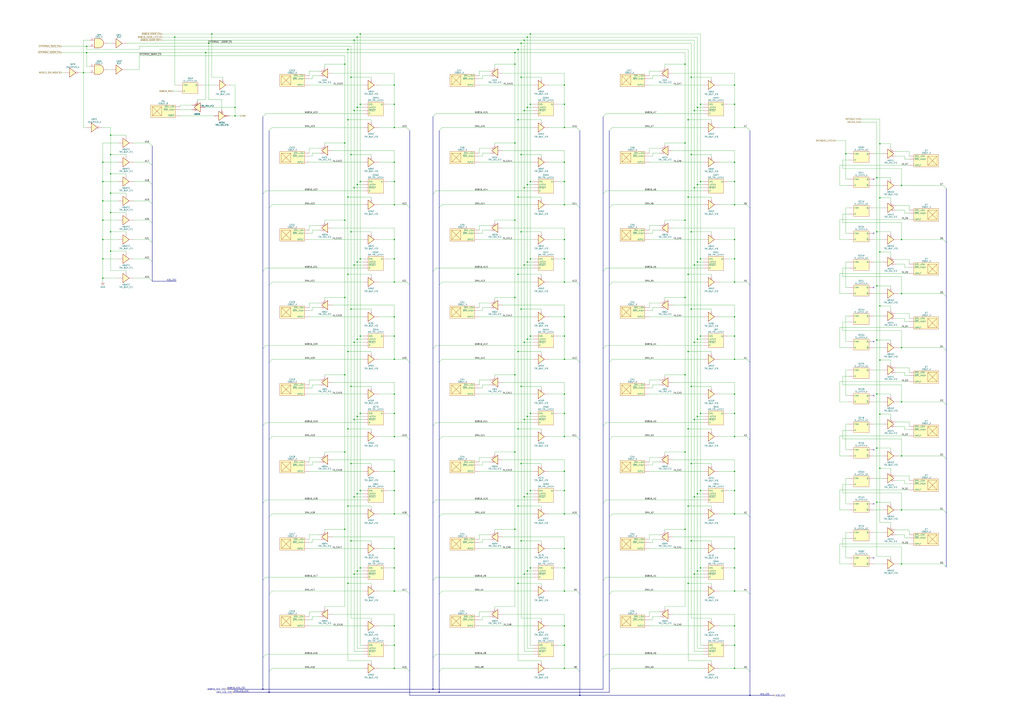
<source format=kicad_sch>
(kicad_sch (version 20230121) (generator eeschema)
  (paper "A1")
  (title_block (title "SNES S-CPU Schematics ") (date "2023-06-14") (rev "0.1") (company "Regis Galland"))
  (junction (at 575.31 85.725))
  (junction (at 433.07 30.48))
  (junction (at 435.61 149.225))
  (junction (at 430.53 217.805))
  (junction (at 425.45 288.925))
  (junction (at 220.98 568.96))
  (junction (at 168.91 43.18))
  (junction (at 433.07 342.265))
  (junction (at 476.25 571.5))
  (junction (at 323.85 466.725))
  (junction (at 84.455 165.1))
  (junction (at 323.85 231.775))
  (junction (at 422.91 180.975))
  (junction (at 572.77 405.765))
  (junction (at 603.25 422.275))
  (junction (at 572.77 151.765))
  (junction (at 84.455 149.225))
  (junction (at 427.99 317.5))
  (junction (at 567.69 254))
  (junction (at 565.15 415.925))
  (junction (at 572.77 215.265))
  (junction (at 323.85 422.275))
  (junction (at 285.75 98.425))
  (junction (at 90.805 142.875))
  (junction (at 323.85 530.225))
  (junction (at 435.61 339.725))
  (junction (at 215.9 566.42))
  (junction (at 720.09 412.75))
  (junction (at 603.25 104.775))
  (junction (at 435.61 27.94))
  (junction (at 293.37 405.765))
  (junction (at 290.83 281.305))
  (junction (at 323.85 514.35))
  (junction (at 84.455 180.975))
  (junction (at 173.99 27.94))
  (junction (at 740.41 330.2))
  (junction (at 463.55 212.725))
  (junction (at 575.31 339.725))
  (junction (at 603.25 403.225))
  (junction (at 603.25 323.85))
  (junction (at 463.55 85.725))
  (junction (at 562.61 307.975))
  (junction (at 435.61 212.725))
  (junction (at 427.99 35.56))
  (junction (at 575.31 212.725))
  (junction (at 603.25 149.225))
  (junction (at 293.37 30.48))
  (junction (at 430.53 408.305))
  (junction (at 288.29 127))
  (junction (at 603.25 85.725))
  (junction (at 615.95 571.5))
  (junction (at 435.61 85.725))
  (junction (at 603.25 358.775))
  (junction (at 422.91 117.475))
  (junction (at 565.15 288.925))
  (junction (at 562.61 434.975))
  (junction (at 290.83 154.305))
  (junction (at 283.21 244.475))
  (junction (at 430.53 281.305))
  (junction (at 565.15 352.425))
  (junction (at 603.25 530.225))
  (junction (at 90.805 127))
  (junction (at 295.91 339.725))
  (junction (at 570.23 90.805))
  (junction (at 562.61 244.475))
  (junction (at 323.85 450.85))
  (junction (at 290.83 217.805))
  (junction (at 425.45 352.425))
  (junction (at 323.85 212.725))
  (junction (at 427.99 381))
  (junction (at 283.21 52.705))
  (junction (at 570.23 344.805))
  (junction (at 285.75 415.925))
  (junction (at 740.41 374.65))
  (junction (at 603.25 69.85))
  (junction (at 422.91 52.705))
  (junction (at 433.07 151.765))
  (junction (at 722.63 207.01))
  (junction (at 288.29 254))
  (junction (at 90.805 158.75))
  (junction (at 283.21 371.475))
  (junction (at 463.55 514.35))
  (junction (at 425.45 40.64))
  (junction (at 463.55 295.275))
  (junction (at 323.85 358.775))
  (junction (at 572.77 88.265))
  (junction (at 430.53 471.805))
  (junction (at 740.41 285.75))
  (junction (at 427.99 254))
  (junction (at 463.55 422.275))
  (junction (at 285.75 352.425))
  (junction (at 84.455 228.6))
  (junction (at 355.6 566.42))
  (junction (at 740.41 196.85))
  (junction (at 323.85 85.725))
  (junction (at 288.29 381))
  (junction (at 293.37 151.765))
  (junction (at 603.25 485.775))
  (junction (at 295.91 85.725))
  (junction (at 463.55 339.725))
  (junction (at 323.85 196.85))
  (junction (at 323.85 485.775))
  (junction (at 285.75 288.925))
  (junction (at 295.91 403.225))
  (junction (at 427.99 127))
  (junction (at 283.21 117.475))
  (junction (at 323.85 549.275))
  (junction (at 430.53 33.02))
  (junction (at 288.29 317.5))
  (junction (at 84.455 133.35))
  (junction (at 570.23 408.305))
  (junction (at 323.85 260.35))
  (junction (at 425.45 225.425))
  (junction (at 84.455 196.85))
  (junction (at 285.75 479.425))
  (junction (at 293.37 215.265))
  (junction (at 463.55 323.85))
  (junction (at 463.55 133.35))
  (junction (at 323.85 403.225))
  (junction (at 740.41 152.4))
  (junction (at 288.29 63.5))
  (junction (at 603.25 168.275))
  (junction (at 288.29 444.5))
  (junction (at 603.25 466.725))
  (junction (at 283.21 434.975))
  (junction (at 425.45 98.425))
  (junction (at 288.29 190.5))
  (junction (at 572.77 278.765))
  (junction (at 323.85 104.775))
  (junction (at 427.99 190.5))
  (junction (at 694.69 126.365))
  (junction (at 71.12 43.18))
  (junction (at 562.61 371.475))
  (junction (at 562.61 52.705))
  (junction (at 435.61 276.225))
  (junction (at 603.25 295.275))
  (junction (at 285.75 40.64))
  (junction (at 603.25 196.85))
  (junction (at 722.63 162.56))
  (junction (at 433.07 405.765))
  (junction (at 740.41 463.55))
  (junction (at 570.23 217.805))
  (junction (at 463.55 387.35))
  (junction (at 71.12 38.1))
  (junction (at 323.85 387.35))
  (junction (at 603.25 260.35))
  (junction (at 293.37 342.265))
  (junction (at 722.63 384.81))
  (junction (at 285.75 161.925))
  (junction (at 570.23 281.305))
  (junction (at 720.09 323.85))
  (junction (at 722.63 295.91))
  (junction (at 422.91 434.975))
  (junction (at 603.25 387.35))
  (junction (at 463.55 530.225))
  (junction (at 425.45 161.925))
  (junction (at 572.77 469.265))
  (junction (at 323.85 149.225))
  (junction (at 567.69 381))
  (junction (at 293.37 88.265))
  (junction (at 720.09 368.3))
  (junction (at 90.805 206.375))
  (junction (at 740.41 241.3))
  (junction (at 463.55 549.275))
  (junction (at 570.23 154.305))
  (junction (at 720.09 146.05))
  (junction (at 193.04 88.265))
  (junction (at 570.23 471.805))
  (junction (at 171.45 35.56))
  (junction (at 433.07 469.265))
  (junction (at 603.25 212.725))
  (junction (at 567.69 444.5))
  (junction (at 603.25 339.725))
  (junction (at 422.91 371.475))
  (junction (at 435.61 466.725))
  (junction (at 290.83 408.305))
  (junction (at 283.21 180.975))
  (junction (at 360.68 568.96))
  (junction (at 323.85 339.725))
  (junction (at 143.51 30.48))
  (junction (at 290.83 471.805))
  (junction (at 323.85 133.35))
  (junction (at 463.55 450.85))
  (junction (at 433.07 88.265))
  (junction (at 575.31 149.225))
  (junction (at 90.805 111.125))
  (junction (at 295.91 276.225))
  (junction (at 425.45 479.425))
  (junction (at 722.63 118.11))
  (junction (at 323.85 295.275))
  (junction (at 572.77 342.265))
  (junction (at 293.37 278.765))
  (junction (at 463.55 358.775))
  (junction (at 575.31 466.725))
  (junction (at 430.53 154.305))
  (junction (at 193.04 95.25))
  (junction (at 323.85 276.225))
  (junction (at 295.91 466.725))
  (junction (at 283.21 307.975))
  (junction (at 565.15 479.425))
  (junction (at 323.85 69.85))
  (junction (at 463.55 485.775))
  (junction (at 720.09 190.5))
  (junction (at 427.99 63.5))
  (junction (at 295.91 212.725))
  (junction (at 463.55 69.85))
  (junction (at 463.55 466.725))
  (junction (at 565.15 225.425))
  (junction (at 323.85 323.85))
  (junction (at 290.83 90.805))
  (junction (at 565.15 161.925))
  (junction (at 293.37 469.265))
  (junction (at 575.31 276.225))
  (junction (at 603.25 549.275))
  (junction (at 422.91 307.975))
  (junction (at 463.55 260.35))
  (junction (at 290.83 344.805))
  (junction (at 720.09 234.95))
  (junction (at 463.55 104.775))
  (junction (at 422.91 43.18))
  (junction (at 603.25 276.225))
  (junction (at 565.15 98.425))
  (junction (at 722.63 251.46))
  (junction (at 562.61 117.475))
  (junction (at 323.85 168.275))
  (junction (at 603.25 133.35))
  (junction (at 84.455 212.725))
  (junction (at 603.25 450.85))
  (junction (at 463.55 403.225))
  (junction (at 295.91 27.94))
  (junction (at 603.25 231.775))
  (junction (at 433.07 215.265))
  (junction (at 567.69 317.5))
  (junction (at 463.55 276.225))
  (junction (at 575.31 403.225))
  (junction (at 720.09 279.4))
  (junction (at 567.69 127))
  (junction (at 463.55 168.275))
  (junction (at 435.61 403.225))
  (junction (at 68.58 59.69))
  (junction (at 90.805 174.625))
  (junction (at 422.91 244.475))
  (junction (at 290.83 33.02))
  (junction (at 463.55 149.225))
  (junction (at 425.45 415.925))
  (junction (at 562.61 180.975))
  (junction (at 430.53 90.805))
  (junction (at 90.805 190.5))
  (junction (at 567.69 190.5))
  (junction (at 567.69 63.5))
  (junction (at 740.41 419.1))
  (junction (at 433.07 278.765))
  (junction (at 463.55 231.775))
  (junction (at 427.99 444.5))
  (junction (at 722.63 340.36))
  (junction (at 295.91 149.225))
  (junction (at 603.25 514.35))
  (junction (at 430.53 344.805))
  (junction (at 463.55 196.85))
  (junction (at 285.75 225.425))
  (no_connect (at 717.55 280.67))
  (no_connect (at 717.55 369.57))
  (no_connect (at 717.55 325.12))
  (no_connect (at 717.55 458.47))
  (no_connect (at 717.55 414.02))
  (no_connect (at 717.55 147.32))
  (no_connect (at 717.55 236.22))
  (no_connect (at 717.55 191.77))
  (bus_entry (at 122.555 196.85) (size 2.54 2.54))
  (bus_entry (at 334.01 422.275) (size 2.54 2.54))
  (bus_entry (at 363.22 295.275) (size -2.54 2.54))
  (bus_entry (at 613.41 295.275) (size 2.54 2.54))
  (bus_entry (at 223.52 168.275) (size -2.54 2.54))
  (bus_entry (at 774.7 419.1) (size 2.54 2.54))
  (bus_entry (at 122.555 117.475) (size 2.54 2.54))
  (bus_entry (at 613.41 485.775) (size 2.54 2.54))
  (bus_entry (at 613.41 104.775) (size 2.54 2.54))
  (bus_entry (at 774.7 241.3) (size 2.54 2.54))
  (bus_entry (at 497.84 283.845) (size -2.54 2.54))
  (bus_entry (at 497.84 156.845) (size -2.54 2.54))
  (bus_entry (at 334.01 358.775) (size 2.54 2.54))
  (bus_entry (at 223.52 549.275) (size -2.54 2.54))
  (bus_entry (at 363.22 549.275) (size -2.54 2.54))
  (bus_entry (at 358.14 156.845) (size -2.54 2.54))
  (bus_entry (at 473.71 104.775) (size 2.54 2.54))
  (bus_entry (at 218.44 283.845) (size -2.54 2.54))
  (bus_entry (at 122.555 212.725) (size 2.54 2.54))
  (bus_entry (at 502.92 168.275) (size -2.54 2.54))
  (bus_entry (at 473.71 295.275) (size 2.54 2.54))
  (bus_entry (at 774.7 152.4) (size 2.54 2.54))
  (bus_entry (at 774.7 330.2) (size 2.54 2.54))
  (bus_entry (at 218.44 410.845) (size -2.54 2.54))
  (bus_entry (at 497.84 347.345) (size -2.54 2.54))
  (bus_entry (at 502.92 358.775) (size -2.54 2.54))
  (bus_entry (at 218.44 220.345) (size -2.54 2.54))
  (bus_entry (at 122.555 180.975) (size 2.54 2.54))
  (bus_entry (at 358.14 220.345) (size -2.54 2.54))
  (bus_entry (at 502.92 485.775) (size -2.54 2.54))
  (bus_entry (at 218.44 474.345) (size -2.54 2.54))
  (bus_entry (at 218.44 93.345) (size -2.54 2.54))
  (bus_entry (at 774.7 196.85) (size 2.54 2.54))
  (bus_entry (at 363.22 104.775) (size -2.54 2.54))
  (bus_entry (at 122.555 133.35) (size 2.54 2.54))
  (bus_entry (at 497.84 474.345) (size -2.54 2.54))
  (bus_entry (at 358.14 410.845) (size -2.54 2.54))
  (bus_entry (at 122.555 165.1) (size 2.54 2.54))
  (bus_entry (at 473.71 549.275) (size 2.54 2.54))
  (bus_entry (at 613.41 358.775) (size 2.54 2.54))
  (bus_entry (at 358.14 93.345) (size -2.54 2.54))
  (bus_entry (at 613.41 549.275) (size 2.54 2.54))
  (bus_entry (at 473.71 231.775) (size 2.54 2.54))
  (bus_entry (at 363.22 168.275) (size -2.54 2.54))
  (bus_entry (at 218.44 537.845) (size -2.54 2.54))
  (bus_entry (at 473.71 485.775) (size 2.54 2.54))
  (bus_entry (at 358.14 347.345) (size -2.54 2.54))
  (bus_entry (at 473.71 168.275) (size 2.54 2.54))
  (bus_entry (at 363.22 485.775) (size -2.54 2.54))
  (bus_entry (at 473.71 358.775) (size 2.54 2.54))
  (bus_entry (at 613.41 168.275) (size 2.54 2.54))
  (bus_entry (at 363.22 231.775) (size -2.54 2.54))
  (bus_entry (at 122.555 149.225) (size 2.54 2.54))
  (bus_entry (at 358.14 283.845) (size -2.54 2.54))
  (bus_entry (at 497.84 93.345) (size -2.54 2.54))
  (bus_entry (at 223.52 358.775) (size -2.54 2.54))
  (bus_entry (at 334.01 104.775) (size 2.54 2.54))
  (bus_entry (at 218.44 347.345) (size -2.54 2.54))
  (bus_entry (at 502.92 104.775) (size -2.54 2.54))
  (bus_entry (at 502.92 295.275) (size -2.54 2.54))
  (bus_entry (at 223.52 295.275) (size -2.54 2.54))
  (bus_entry (at 218.44 156.845) (size -2.54 2.54))
  (bus_entry (at 613.41 231.775) (size 2.54 2.54))
  (bus_entry (at 774.7 463.55) (size 2.54 2.54))
  (bus_entry (at 497.84 410.845) (size -2.54 2.54))
  (bus_entry (at 502.92 231.775) (size -2.54 2.54))
  (bus_entry (at 223.52 104.775) (size -2.54 2.54))
  (bus_entry (at 497.84 220.345) (size -2.54 2.54))
  (bus_entry (at 358.14 474.345) (size -2.54 2.54))
  (bus_entry (at 223.52 422.275) (size -2.54 2.54))
  (bus_entry (at 363.22 422.275) (size -2.54 2.54))
  (bus_entry (at 774.7 374.65) (size 2.54 2.54))
  (bus_entry (at 334.01 485.775) (size 2.54 2.54))
  (bus_entry (at 334.01 549.275) (size 2.54 2.54))
  (bus_entry (at 358.14 537.845) (size -2.54 2.54))
  (bus_entry (at 334.01 295.275) (size 2.54 2.54))
  (bus_entry (at 223.52 231.775) (size -2.54 2.54))
  (bus_entry (at 363.22 358.775) (size -2.54 2.54))
  (bus_entry (at 334.01 231.775) (size 2.54 2.54))
  (bus_entry (at 473.71 422.275) (size 2.54 2.54))
  (bus_entry (at 502.92 422.275) (size -2.54 2.54))
  (bus_entry (at 122.555 228.6) (size 2.54 2.54))
  (bus_entry (at 774.7 285.75) (size 2.54 2.54))
  (bus_entry (at 223.52 485.775) (size -2.54 2.54))
  (bus_entry (at 613.41 422.275) (size 2.54 2.54))
  (bus_entry (at 334.01 168.275) (size 2.54 2.54))
  (bus_entry (at 497.84 537.845) (size -2.54 2.54))
  (bus_entry (at 502.92 549.275) (size -2.54 2.54))
  (wire (pts (xy 223.52 104.775) (xy 298.45 104.775)))
  (bus (pts (xy 191.77 568.96) (xy 220.98 568.96)))
  (wire (pts (xy 562.61 52.705) (xy 562.61 117.475)))
  (wire (pts (xy 422.91 244.475) (xy 422.91 307.975)))
  (wire (pts (xy 567.69 190.5) (xy 567.69 127)))
  (wire (pts (xy 304.8 479.425) (xy 304.8 480.695)))
  (wire (pts (xy 425.45 98.425) (xy 444.5 98.425)))
  (wire (pts (xy 590.55 387.35) (xy 603.25 387.35)))
  (wire (pts (xy 740.41 285.75) (xy 774.7 285.75)))
  (wire (pts (xy 502.92 358.775) (xy 577.85 358.775)))
  (wire (pts (xy 223.52 358.775) (xy 298.45 358.775)))
  (wire (pts (xy 720.09 279.4) (xy 731.52 279.4)))
  (wire (pts (xy 90.805 206.375) (xy 90.805 190.5)))
  (wire (pts (xy 731.52 234.95) (xy 731.52 236.22)))
  (wire (pts (xy 689.61 402.59) (xy 689.61 419.1)))
  (wire (pts (xy 283.21 45.72) (xy 283.21 52.705)))
  (wire (pts (xy 311.15 260.35) (xy 323.85 260.35)))
  (wire (pts (xy 720.09 368.3) (xy 731.52 368.3)))
  (wire (pts (xy 707.39 100.33) (xy 720.09 100.33)))
  (wire (pts (xy 740.41 405.13) (xy 740.41 419.1)))
  (wire (pts (xy 256.54 382.27) (xy 254 382.27)))
  (wire (pts (xy 450.85 104.775) (xy 463.55 104.775)))
  (wire (pts (xy 430.53 154.305) (xy 430.53 217.805)))
  (wire (pts (xy 142.24 74.93) (xy 146.05 74.93)))
  (wire (pts (xy 438.15 88.265) (xy 433.07 88.265)))
  (wire (pts (xy 285.75 161.925) (xy 304.8 161.925)))
  (wire (pts (xy 256.54 445.77) (xy 254 445.77)))
  (wire (pts (xy 166.37 69.85) (xy 176.53 69.85)))
  (wire (pts (xy 193.04 88.265) (xy 193.04 95.25)))
  (wire (pts (xy 393.7 387.35) (xy 438.15 387.35)))
  (wire (pts (xy 742.95 172.72) (xy 735.965 172.72)))
  (wire (pts (xy 90.805 142.875) (xy 90.805 127)))
  (wire (pts (xy 393.7 58.42) (xy 393.7 62.23)))
  (wire (pts (xy 575.31 149.225) (xy 575.31 85.725)))
  (wire (pts (xy 323.85 530.225) (xy 323.85 549.275)))
  (wire (pts (xy 288.29 317.5) (xy 304.8 317.5)))
  (wire (pts (xy 742.95 128.27) (xy 735.965 128.27)))
  (wire (pts (xy 193.04 69.85) (xy 193.04 88.265)))
  (wire (pts (xy 731.52 323.85) (xy 731.52 325.12)))
  (wire (pts (xy 363.22 422.275) (xy 438.15 422.275)))
  (wire (pts (xy 323.85 196.85) (xy 323.85 212.725)))
  (wire (pts (xy 422.91 307.975) (xy 422.91 371.475)))
  (wire (pts (xy 577.85 215.265) (xy 572.77 215.265)))
  (wire (pts (xy 304.8 63.5) (xy 304.8 64.77)))
  (wire (pts (xy 720.09 412.75) (xy 731.52 412.75)))
  (wire (pts (xy 463.55 149.225) (xy 463.55 168.275)))
  (wire (pts (xy 692.15 316.23) (xy 740.41 316.23)))
  (wire (pts (xy 285.75 40.64) (xy 425.45 40.64)))
  (wire (pts (xy 256.54 316.23) (xy 256.54 318.77)))
  (wire (pts (xy 133.35 27.94) (xy 173.99 27.94)))
  (bus (pts (xy 220.98 234.315) (xy 220.98 297.815)))
  (wire (pts (xy 546.1 307.975) (xy 562.61 307.975)))
  (wire (pts (xy 692.15 353.695) (xy 697.23 353.695)))
  (wire (pts (xy 256.54 125.73) (xy 256.54 128.27)))
  (bus (pts (xy 777.24 332.74) (xy 777.24 377.19)))
  (wire (pts (xy 406.4 371.475) (xy 422.91 371.475)))
  (wire (pts (xy 567.69 127) (xy 584.2 127)))
  (wire (pts (xy 254 375.92) (xy 254 379.73)))
  (wire (pts (xy 562.61 371.475) (xy 562.61 434.975)))
  (wire (pts (xy 590.55 231.775) (xy 603.25 231.775)))
  (wire (pts (xy 584.2 191.77) (xy 584.2 190.5)))
  (wire (pts (xy 406.4 52.705) (xy 406.4 55.245)))
  (wire (pts (xy 450.85 358.775) (xy 463.55 358.775)))
  (wire (pts (xy 722.63 295.91) (xy 731.52 295.91)))
  (wire (pts (xy 742.95 128.27) (xy 742.95 130.81)))
  (wire (pts (xy 83.82 104.775) (xy 90.805 104.775)))
  (wire (pts (xy 266.7 117.475) (xy 266.7 118.745)))
  (wire (pts (xy 450.85 69.85) (xy 463.55 69.85)))
  (bus (pts (xy 220.98 361.315) (xy 220.98 424.815)))
  (wire (pts (xy 731.52 429.26) (xy 731.52 432.435)))
  (wire (pts (xy 363.22 231.775) (xy 438.15 231.775)))
  (wire (pts (xy 535.94 506.73) (xy 541.655 506.73)))
  (wire (pts (xy 603.25 466.725) (xy 603.25 485.775)))
  (wire (pts (xy 103.505 222.25) (xy 103.505 223.52)))
  (wire (pts (xy 304.8 225.425) (xy 285.75 225.425)))
  (wire (pts (xy 295.91 403.225) (xy 295.91 466.725)))
  (wire (pts (xy 694.69 236.22) (xy 694.69 215.265)))
  (wire (pts (xy 722.63 295.91) (xy 722.63 340.36)))
  (wire (pts (xy 84.455 133.35) (xy 84.455 149.225)))
  (wire (pts (xy 298.45 88.265) (xy 293.37 88.265)))
  (wire (pts (xy 546.1 434.975) (xy 562.61 434.975)))
  (wire (pts (xy 323.85 514.35) (xy 323.85 530.225)))
  (wire (pts (xy 323.85 450.85) (xy 323.85 466.725)))
  (wire (pts (xy 458.47 530.225) (xy 463.55 530.225)))
  (wire (pts (xy 256.54 379.73) (xy 262.255 379.73)))
  (wire (pts (xy 171.45 81.915) (xy 182.245 81.915)))
  (wire (pts (xy 182.245 90.17) (xy 182.245 81.915)))
  (wire (pts (xy 318.77 466.725) (xy 323.85 466.725)))
  (wire (pts (xy 575.31 27.94) (xy 435.61 27.94)))
  (bus (pts (xy 476.25 170.815) (xy 476.25 234.315)))
  (wire (pts (xy 323.85 358.775) (xy 334.01 358.775)))
  (wire (pts (xy 288.29 190.5) (xy 288.29 127)))
  (wire (pts (xy 570.23 154.305) (xy 570.23 90.805)))
  (wire (pts (xy 84.455 149.225) (xy 84.455 165.1)))
  (wire (pts (xy 552.45 504.825) (xy 603.25 504.825)))
  (wire (pts (xy 288.29 381) (xy 288.29 444.5)))
  (wire (pts (xy 254 185.42) (xy 262.255 185.42)))
  (wire (pts (xy 746.76 447.04) (xy 689.61 447.04)))
  (wire (pts (xy 295.91 27.94) (xy 295.91 85.725)))
  (wire (pts (xy 694.69 393.065) (xy 697.23 393.065)))
  (wire (pts (xy 717.55 393.065) (xy 725.17 393.065)))
  (bus (pts (xy 220.98 424.815) (xy 220.98 488.315)))
  (wire (pts (xy 304.8 415.925) (xy 304.8 417.195)))
  (wire (pts (xy 298.45 151.765) (xy 293.37 151.765)))
  (wire (pts (xy 463.55 549.275) (xy 473.71 549.275)))
  (wire (pts (xy 497.84 474.345) (xy 577.85 474.345)))
  (wire (pts (xy 694.69 147.32) (xy 694.69 126.365)))
  (wire (pts (xy 358.14 156.845) (xy 438.15 156.845)))
  (bus (pts (xy 615.95 571.5) (xy 476.25 571.5)))
  (wire (pts (xy 722.63 251.46) (xy 731.52 251.46)))
  (bus (pts (xy 220.98 170.815) (xy 220.98 234.315)))
  (wire (pts (xy 438.15 469.265) (xy 433.07 469.265)))
  (wire (pts (xy 533.4 502.92) (xy 533.4 506.73)))
  (wire (pts (xy 535.94 64.77) (xy 535.94 62.23)))
  (wire (pts (xy 173.99 27.94) (xy 173.99 63.5)))
  (wire (pts (xy 427.99 254) (xy 427.99 317.5)))
  (wire (pts (xy 298.45 408.305) (xy 290.83 408.305)))
  (wire (pts (xy 427.99 508) (xy 444.5 508)))
  (wire (pts (xy 318.77 403.225) (xy 323.85 403.225)))
  (wire (pts (xy 546.1 371.475) (xy 562.61 371.475)))
  (wire (pts (xy 363.22 358.775) (xy 438.15 358.775)))
  (wire (pts (xy 193.04 95.25) (xy 197.485 95.25)))
  (wire (pts (xy 298.45 212.725) (xy 295.91 212.725)))
  (wire (pts (xy 298.45 276.225) (xy 295.91 276.225)))
  (wire (pts (xy 535.94 125.73) (xy 535.94 128.27)))
  (wire (pts (xy 603.25 85.725) (xy 603.25 104.775)))
  (bus (pts (xy 355.6 286.385) (xy 355.6 349.885)))
  (bus (pts (xy 336.55 551.815) (xy 336.55 571.5)))
  (bus (pts (xy 615.95 170.815) (xy 615.95 234.315)))
  (wire (pts (xy 427.99 444.5) (xy 427.99 508)))
  (wire (pts (xy 438.15 408.305) (xy 430.53 408.305)))
  (wire (pts (xy 603.25 422.275) (xy 613.41 422.275)))
  (wire (pts (xy 266.7 498.475) (xy 283.21 498.475)))
  (wire (pts (xy 598.17 403.225) (xy 603.25 403.225)))
  (wire (pts (xy 438.15 339.725) (xy 435.61 339.725)))
  (wire (pts (xy 311.15 549.275) (xy 323.85 549.275)))
  (wire (pts (xy 552.45 377.825) (xy 603.25 377.825)))
  (wire (pts (xy 603.25 549.275) (xy 613.41 549.275)))
  (wire (pts (xy 433.07 342.265) (xy 433.07 405.765)))
  (wire (pts (xy 742.95 217.17) (xy 735.965 217.17)))
  (wire (pts (xy 438.15 466.725) (xy 435.61 466.725)))
  (wire (pts (xy 577.85 344.805) (xy 570.23 344.805)))
  (wire (pts (xy 68.58 33.02) (xy 73.66 33.02)))
  (bus (pts (xy 777.24 377.19) (xy 777.24 421.64)))
  (wire (pts (xy 535.94 252.73) (xy 535.94 255.27)))
  (wire (pts (xy 735.965 168.91) (xy 746.76 168.91)))
  (wire (pts (xy 435.61 27.94) (xy 435.61 85.725)))
  (wire (pts (xy 590.55 133.35) (xy 603.25 133.35)))
  (wire (pts (xy 288.29 127) (xy 304.8 127)))
  (wire (pts (xy 746.76 135.89) (xy 689.61 135.89)))
  (wire (pts (xy 218.44 220.345) (xy 298.45 220.345)))
  (wire (pts (xy 311.15 387.35) (xy 323.85 387.35)))
  (wire (pts (xy 692.15 309.245) (xy 692.15 316.23)))
  (wire (pts (xy 438.15 154.305) (xy 430.53 154.305)))
  (wire (pts (xy 740.41 271.78) (xy 740.41 285.75)))
  (wire (pts (xy 533.4 439.42) (xy 533.4 443.23)))
  (wire (pts (xy 535.94 443.23) (xy 535.94 445.77)))
  (wire (pts (xy 717.55 241.3) (xy 725.17 241.3)))
  (wire (pts (xy 565.15 161.925) (xy 584.2 161.925)))
  (wire (pts (xy 290.83 217.805) (xy 290.83 281.305)))
  (wire (pts (xy 422.91 52.705) (xy 422.91 117.475)))
  (wire (pts (xy 737.87 374.65) (xy 740.41 374.65)))
  (wire (pts (xy 84.455 212.725) (xy 84.455 228.6)))
  (wire (pts (xy 71.12 38.1) (xy 73.66 38.1)))
  (wire (pts (xy 603.25 187.325) (xy 552.45 187.325)))
  (wire (pts (xy 458.47 212.725) (xy 463.55 212.725)))
  (wire (pts (xy 256.54 506.73) (xy 256.54 509.27)))
  (wire (pts (xy 546.1 498.475) (xy 562.61 498.475)))
  (wire (pts (xy 722.63 384.81) (xy 722.63 429.26)))
  (wire (pts (xy 584.2 63.5) (xy 584.2 64.77)))
  (wire (pts (xy 396.24 379.73) (xy 401.955 379.73)))
  (wire (pts (xy 430.53 33.02) (xy 430.53 90.805)))
  (wire (pts (xy 430.53 471.805) (xy 430.53 535.305)))
  (wire (pts (xy 323.85 422.275) (xy 334.01 422.275)))
  (wire (pts (xy 290.83 471.805) (xy 290.83 535.305)))
  (wire (pts (xy 311.15 196.85) (xy 323.85 196.85)))
  (wire (pts (xy 722.63 340.36) (xy 731.52 340.36)))
  (wire (pts (xy 295.91 212.725) (xy 295.91 276.225)))
  (wire (pts (xy 304.8 445.77) (xy 304.8 444.5)))
  (wire (pts (xy 84.455 212.725) (xy 97.155 212.725)))
  (wire (pts (xy 304.8 352.425) (xy 304.8 353.695)))
  (wire (pts (xy 396.24 316.23) (xy 396.24 318.77)))
  (wire (pts (xy 590.55 358.775) (xy 603.25 358.775)))
  (wire (pts (xy 103.505 190.5) (xy 90.805 190.5)))
  (wire (pts (xy 689.61 330.2) (xy 697.23 330.2)))
  (wire (pts (xy 298.45 217.805) (xy 290.83 217.805)))
  (wire (pts (xy 290.83 154.305) (xy 290.83 90.805)))
  (wire (pts (xy 533.4 312.42) (xy 541.655 312.42)))
  (wire (pts (xy 293.37 469.265) (xy 293.37 532.765)))
  (wire (pts (xy 396.24 506.73) (xy 401.955 506.73)))
  (wire (pts (xy 304.8 255.27) (xy 304.8 254)))
  (bus (pts (xy 220.98 297.815) (xy 220.98 361.315)))
  (wire (pts (xy 256.54 318.77) (xy 254 318.77)))
  (wire (pts (xy 285.75 352.425) (xy 304.8 352.425)))
  (wire (pts (xy 109.855 180.975) (xy 122.555 180.975)))
  (wire (pts (xy 535.94 318.77) (xy 533.4 318.77)))
  (wire (pts (xy 603.25 450.85) (xy 603.25 466.725)))
  (wire (pts (xy 603.25 441.325) (xy 603.25 450.85)))
  (bus (pts (xy 500.38 488.315) (xy 500.38 551.815)))
  (wire (pts (xy 603.25 530.225) (xy 603.25 549.275)))
  (bus (pts (xy 215.9 159.385) (xy 215.9 222.885)))
  (wire (pts (xy 737.87 196.85) (xy 740.41 196.85)))
  (wire (pts (xy 535.94 191.77) (xy 533.4 191.77)))
  (wire (pts (xy 433.07 151.765) (xy 433.07 88.265)))
  (wire (pts (xy 577.85 403.225) (xy 575.31 403.225)))
  (wire (pts (xy 450.85 196.85) (xy 463.55 196.85)))
  (wire (pts (xy 323.85 123.825) (xy 273.05 123.825)))
  (wire (pts (xy 133.35 30.48) (xy 143.51 30.48)))
  (wire (pts (xy 168.91 43.18) (xy 422.91 43.18)))
  (wire (pts (xy 603.25 504.825) (xy 603.25 514.35)))
  (wire (pts (xy 746.76 257.81) (xy 746.76 261.62)))
  (wire (pts (xy 463.55 187.325) (xy 463.55 196.85)))
  (wire (pts (xy 742.95 439.42) (xy 742.95 441.96)))
  (wire (pts (xy 562.61 43.18) (xy 562.61 52.705)))
  (wire (pts (xy 84.455 228.6) (xy 84.455 231.775)))
  (wire (pts (xy 720.09 146.05) (xy 731.52 146.05)))
  (wire (pts (xy 323.85 276.225) (xy 323.85 295.275)))
  (wire (pts (xy 256.54 443.23) (xy 262.255 443.23)))
  (wire (pts (xy 406.4 117.475) (xy 422.91 117.475)))
  (bus (pts (xy 360.68 361.315) (xy 360.68 424.815)))
  (wire (pts (xy 577.85 90.805) (xy 570.23 90.805)))
  (wire (pts (xy 577.85 281.305) (xy 570.23 281.305)))
  (wire (pts (xy 288.29 317.5) (xy 288.29 381)))
  (wire (pts (xy 254 502.92) (xy 262.255 502.92)))
  (wire (pts (xy 406.4 434.975) (xy 422.91 434.975)))
  (wire (pts (xy 438.15 530.225) (xy 435.61 530.225)))
  (wire (pts (xy 577.85 405.765) (xy 572.77 405.765)))
  (wire (pts (xy 433.07 151.765) (xy 433.07 215.265)))
  (wire (pts (xy 427.99 190.5) (xy 427.99 127)))
  (wire (pts (xy 692.15 309.245) (xy 697.23 309.245)))
  (wire (pts (xy 720.09 412.75) (xy 720.09 457.2)))
  (wire (pts (xy 435.61 149.225) (xy 435.61 212.725)))
  (wire (pts (xy 735.965 346.71) (xy 746.76 346.71)))
  (wire (pts (xy 546.1 307.975) (xy 546.1 309.245)))
  (bus (pts (xy 360.68 234.315) (xy 360.68 297.815)))
  (wire (pts (xy 575.31 212.725) (xy 575.31 276.225)))
  (wire (pts (xy 256.54 128.27) (xy 254 128.27)))
  (wire (pts (xy 444.5 191.77) (xy 444.5 190.5)))
  (wire (pts (xy 425.45 352.425) (xy 444.5 352.425)))
  (wire (pts (xy 603.25 69.85) (xy 603.25 85.725)))
  (wire (pts (xy 427.99 381) (xy 444.5 381)))
  (wire (pts (xy 433.07 469.265) (xy 433.07 532.765)))
  (wire (pts (xy 223.52 549.275) (xy 298.45 549.275)))
  (wire (pts (xy 396.24 128.27) (xy 393.7 128.27)))
  (bus (pts (xy 360.68 424.815) (xy 360.68 488.315)))
  (wire (pts (xy 433.07 88.265) (xy 433.07 30.48)))
  (bus (pts (xy 220.98 551.815) (xy 220.98 568.96)))
  (wire (pts (xy 577.85 408.305) (xy 570.23 408.305)))
  (wire (pts (xy 295.91 149.225) (xy 295.91 212.725)))
  (wire (pts (xy 552.45 250.825) (xy 603.25 250.825)))
  (wire (pts (xy 266.7 371.475) (xy 266.7 372.745)))
  (wire (pts (xy 109.855 117.475) (xy 122.555 117.475)))
  (wire (pts (xy 430.53 33.02) (xy 290.83 33.02)))
  (wire (pts (xy 218.44 537.845) (xy 298.45 537.845)))
  (bus (pts (xy 360.68 297.815) (xy 360.68 361.315)))
  (wire (pts (xy 256.54 62.23) (xy 262.255 62.23)))
  (wire (pts (xy 731.52 146.05) (xy 731.52 147.32)))
  (wire (pts (xy 298.45 281.305) (xy 290.83 281.305)))
  (wire (pts (xy 114.3 45.72) (xy 114.3 57.15)))
  (wire (pts (xy 304.8 542.925) (xy 304.8 544.195)))
  (wire (pts (xy 742.95 394.97) (xy 742.95 397.51)))
  (wire (pts (xy 218.44 156.845) (xy 298.45 156.845)))
  (wire (pts (xy 590.55 104.775) (xy 603.25 104.775)))
  (wire (pts (xy 535.94 379.73) (xy 541.655 379.73)))
  (wire (pts (xy 450.85 168.275) (xy 463.55 168.275)))
  (wire (pts (xy 188.595 95.25) (xy 193.04 95.25)))
  (bus (pts (xy 336.55 361.315) (xy 336.55 424.815)))
  (wire (pts (xy 686.435 115.57) (xy 694.69 115.57)))
  (wire (pts (xy 290.83 154.305) (xy 290.83 217.805)))
  (wire (pts (xy 577.85 278.765) (xy 572.77 278.765)))
  (wire (pts (xy 502.92 231.775) (xy 577.85 231.775)))
  (wire (pts (xy 256.54 379.73) (xy 256.54 382.27)))
  (wire (pts (xy 157.48 90.17) (xy 147.955 90.17)))
  (wire (pts (xy 298.45 339.725) (xy 295.91 339.725)))
  (wire (pts (xy 603.25 339.725) (xy 603.25 358.775)))
  (wire (pts (xy 546.1 498.475) (xy 546.1 499.745)))
  (wire (pts (xy 598.17 339.725) (xy 603.25 339.725)))
  (wire (pts (xy 740.41 227.33) (xy 740.41 241.3)))
  (bus (pts (xy 360.68 568.96) (xy 220.98 568.96)))
  (wire (pts (xy 603.25 314.325) (xy 603.25 323.85)))
  (wire (pts (xy 425.45 415.925) (xy 444.5 415.925)))
  (wire (pts (xy 742.95 308.61) (xy 746.76 308.61)))
  (wire (pts (xy 450.85 260.35) (xy 463.55 260.35)))
  (wire (pts (xy 731.52 384.81) (xy 731.52 387.985)))
  (wire (pts (xy 697.23 191.77) (xy 694.69 191.77)))
  (wire (pts (xy 742.95 350.52) (xy 735.965 350.52)))
  (wire (pts (xy 311.15 323.85) (xy 323.85 323.85)))
  (wire (pts (xy 590.55 549.275) (xy 603.25 549.275)))
  (wire (pts (xy 717.55 285.75) (xy 725.17 285.75)))
  (wire (pts (xy 689.61 285.75) (xy 697.23 285.75)))
  (wire (pts (xy 567.69 35.56) (xy 427.99 35.56)))
  (wire (pts (xy 103.505 127) (xy 90.805 127)))
  (wire (pts (xy 438.15 212.725) (xy 435.61 212.725)))
  (wire (pts (xy 535.94 379.73) (xy 535.94 382.27)))
  (wire (pts (xy 285.75 415.925) (xy 285.75 479.425)))
  (wire (pts (xy 546.1 244.475) (xy 562.61 244.475)))
  (wire (pts (xy 567.69 444.5) (xy 567.69 508)))
  (wire (pts (xy 584.2 445.77) (xy 584.2 444.5)))
  (wire (pts (xy 285.75 288.925) (xy 285.75 352.425)))
  (wire (pts (xy 290.83 408.305) (xy 290.83 471.805)))
  (wire (pts (xy 567.69 254) (xy 567.69 317.5)))
  (wire (pts (xy 406.4 498.475) (xy 406.4 499.745)))
  (wire (pts (xy 288.29 63.5) (xy 304.8 63.5)))
  (wire (pts (xy 735.965 302.26) (xy 746.76 302.26)))
  (wire (pts (xy 444.5 415.925) (xy 444.5 417.195)))
  (wire (pts (xy 722.63 118.11) (xy 722.63 162.56)))
  (bus (pts (xy 215.9 95.885) (xy 215.9 159.385)))
  (wire (pts (xy 266.7 52.705) (xy 283.21 52.705)))
  (wire (pts (xy 396.24 64.77) (xy 396.24 62.23)))
  (wire (pts (xy 266.7 434.975) (xy 283.21 434.975)))
  (bus (pts (xy 186.69 566.42) (xy 215.9 566.42)))
  (wire (pts (xy 283.21 371.475) (xy 283.21 434.975)))
  (wire (pts (xy 497.84 220.345) (xy 577.85 220.345)))
  (wire (pts (xy 565.15 40.64) (xy 425.45 40.64)))
  (wire (pts (xy 584.2 479.425) (xy 584.2 480.695)))
  (wire (pts (xy 584.2 190.5) (xy 567.69 190.5)))
  (wire (pts (xy 575.31 149.225) (xy 575.31 212.725)))
  (wire (pts (xy 425.45 288.925) (xy 444.5 288.925)))
  (wire (pts (xy 298.45 278.765) (xy 293.37 278.765)))
  (wire (pts (xy 533.4 502.92) (xy 541.655 502.92)))
  (wire (pts (xy 218.44 347.345) (xy 298.45 347.345)))
  (wire (pts (xy 731.52 295.91) (xy 731.52 299.085)))
  (wire (pts (xy 323.85 485.775) (xy 334.01 485.775)))
  (wire (pts (xy 740.41 374.65) (xy 774.7 374.65)))
  (wire (pts (xy 103.505 142.875) (xy 90.805 142.875)))
  (wire (pts (xy 742.95 217.17) (xy 742.95 219.71)))
  (wire (pts (xy 323.85 231.775) (xy 334.01 231.775)))
  (wire (pts (xy 572.77 151.765) (xy 572.77 88.265)))
  (bus (pts (xy 476.25 234.315) (xy 476.25 297.815)))
  (wire (pts (xy 435.61 466.725) (xy 435.61 530.225)))
  (wire (pts (xy 463.55 168.275) (xy 473.71 168.275)))
  (wire (pts (xy 396.24 125.73) (xy 396.24 128.27)))
  (wire (pts (xy 430.53 217.805) (xy 430.53 281.305)))
  (wire (pts (xy 742.95 261.62) (xy 742.95 264.16)))
  (wire (pts (xy 546.1 371.475) (xy 546.1 372.745)))
  (wire (pts (xy 323.85 441.325) (xy 323.85 450.85)))
  (wire (pts (xy 103.505 112.395) (xy 103.505 111.125)))
  (wire (pts (xy 735.965 213.36) (xy 746.76 213.36)))
  (wire (pts (xy 71.12 43.18) (xy 168.91 43.18)))
  (wire (pts (xy 450.85 549.275) (xy 463.55 549.275)))
  (bus (pts (xy 336.55 571.5) (xy 476.25 571.5)))
  (wire (pts (xy 422.91 371.475) (xy 422.91 434.975)))
  (wire (pts (xy 323.85 504.825) (xy 323.85 514.35)))
  (wire (pts (xy 740.41 241.3) (xy 774.7 241.3)))
  (wire (pts (xy 740.41 449.58) (xy 740.41 463.55)))
  (wire (pts (xy 689.61 374.65) (xy 697.23 374.65)))
  (wire (pts (xy 90.805 206.375) (xy 90.805 222.25)))
  (wire (pts (xy 552.45 60.325) (xy 603.25 60.325)))
  (wire (pts (xy 497.84 410.845) (xy 577.85 410.845)))
  (wire (pts (xy 304.8 190.5) (xy 288.29 190.5)))
  (wire (pts (xy 463.55 403.225) (xy 463.55 422.275)))
  (bus (pts (xy 500.38 107.315) (xy 500.38 170.815)))
  (wire (pts (xy 406.4 371.475) (xy 406.4 372.745)))
  (wire (pts (xy 546.1 52.705) (xy 546.1 55.245)))
  (wire (pts (xy 603.25 260.35) (xy 603.25 276.225)))
  (wire (pts (xy 603.25 377.825) (xy 603.25 387.35)))
  (wire (pts (xy 358.14 537.845) (xy 438.15 537.845)))
  (bus (pts (xy 476.25 297.815) (xy 476.25 361.315)))
  (wire (pts (xy 256.54 125.73) (xy 262.255 125.73)))
  (bus (pts (xy 355.6 540.385) (xy 355.6 566.42)))
  (bus (pts (xy 777.24 199.39) (xy 777.24 243.84)))
  (wire (pts (xy 694.69 126.365) (xy 694.69 115.57)))
  (wire (pts (xy 731.52 118.11) (xy 731.52 121.285)))
  (wire (pts (xy 577.85 154.305) (xy 570.23 154.305)))
  (bus (pts (xy 476.25 107.315) (xy 476.25 170.815)))
  (wire (pts (xy 393.7 121.92) (xy 393.7 125.73)))
  (wire (pts (xy 223.52 295.275) (xy 298.45 295.275)))
  (wire (pts (xy 692.15 398.145) (xy 697.23 398.145)))
  (wire (pts (xy 304.8 225.425) (xy 304.8 226.695)))
  (wire (pts (xy 266.7 307.975) (xy 283.21 307.975)))
  (wire (pts (xy 737.87 285.75) (xy 740.41 285.75)))
  (bus (pts (xy 355.6 413.385) (xy 355.6 476.885)))
  (wire (pts (xy 262.255 58.42) (xy 254 58.42)))
  (wire (pts (xy 295.91 149.225) (xy 295.91 85.725)))
  (wire (pts (xy 535.94 125.73) (xy 541.655 125.73)))
  (wire (pts (xy 497.84 347.345) (xy 577.85 347.345)))
  (wire (pts (xy 740.41 316.23) (xy 740.41 330.2)))
  (wire (pts (xy 273.05 441.325) (xy 323.85 441.325)))
  (wire (pts (xy 266.7 180.975) (xy 283.21 180.975)))
  (wire (pts (xy 427.99 381) (xy 427.99 444.5)))
  (wire (pts (xy 720.09 190.5) (xy 720.09 234.95)))
  (bus (pts (xy 495.3 413.385) (xy 495.3 476.885)))
  (wire (pts (xy 567.69 381) (xy 567.69 444.5)))
  (bus (pts (xy 615.95 297.815) (xy 615.95 361.315)))
  (wire (pts (xy 254 185.42) (xy 254 189.23)))
  (wire (pts (xy 717.55 419.1) (xy 725.17 419.1)))
  (wire (pts (xy 266.7 307.975) (xy 266.7 309.245)))
  (wire (pts (xy 546.1 180.975) (xy 562.61 180.975)))
  (wire (pts (xy 590.55 514.35) (xy 603.25 514.35)))
  (wire (pts (xy 133.35 33.02) (xy 290.83 33.02)))
  (wire (pts (xy 393.7 185.42) (xy 393.7 189.23)))
  (wire (pts (xy 323.85 403.225) (xy 323.85 422.275)))
  (wire (pts (xy 742.95 219.71) (xy 746.76 219.71)))
  (wire (pts (xy 323.85 104.775) (xy 334.01 104.775)))
  (wire (pts (xy 598.17 466.725) (xy 603.25 466.725)))
  (wire (pts (xy 256.54 506.73) (xy 262.255 506.73)))
  (bus (pts (xy 495.3 540.385) (xy 495.3 566.42)))
  (wire (pts (xy 546.1 434.975) (xy 546.1 436.245)))
  (wire (pts (xy 393.7 375.92) (xy 393.7 379.73)))
  (wire (pts (xy 740.41 196.85) (xy 774.7 196.85)))
  (wire (pts (xy 463.55 466.725) (xy 463.55 485.775)))
  (wire (pts (xy 295.91 276.225) (xy 295.91 339.725)))
  (wire (pts (xy 692.15 175.895) (xy 692.15 182.88)))
  (wire (pts (xy 717.55 304.165) (xy 725.17 304.165)))
  (wire (pts (xy 463.55 441.325) (xy 463.55 450.85)))
  (wire (pts (xy 533.4 64.77) (xy 535.94 64.77)))
  (wire (pts (xy 689.61 269.24) (xy 689.61 285.75)))
  (wire (pts (xy 103.505 207.645) (xy 103.505 206.375)))
  (wire (pts (xy 358.14 283.845) (xy 438.15 283.845)))
  (wire (pts (xy 577.85 276.225) (xy 575.31 276.225)))
  (wire (pts (xy 731.52 457.2) (xy 731.52 458.47)))
  (wire (pts (xy 103.505 191.77) (xy 103.505 190.5)))
  (wire (pts (xy 435.61 149.225) (xy 435.61 85.725)))
  (wire (pts (xy 285.75 415.925) (xy 304.8 415.925)))
  (wire (pts (xy 427.99 317.5) (xy 427.99 381)))
  (wire (pts (xy 288.29 444.5) (xy 288.29 508)))
  (wire (pts (xy 697.23 147.32) (xy 694.69 147.32)))
  (wire (pts (xy 720.09 146.05) (xy 720.09 190.5)))
  (wire (pts (xy 311.15 358.775) (xy 323.85 358.775)))
  (wire (pts (xy 223.52 422.275) (xy 298.45 422.275)))
  (wire (pts (xy 147.955 86.36) (xy 147.955 87.63)))
  (wire (pts (xy 722.63 207.01) (xy 731.52 207.01)))
  (wire (pts (xy 298.45 535.305) (xy 290.83 535.305)))
  (wire (pts (xy 114.3 45.72) (xy 283.21 45.72)))
  (wire (pts (xy 90.805 127) (xy 90.805 111.125)))
  (wire (pts (xy 97.155 196.85) (xy 84.455 196.85)))
  (wire (pts (xy 735.965 435.61) (xy 746.76 435.61)))
  (wire (pts (xy 552.45 314.325) (xy 603.25 314.325)))
  (wire (pts (xy 273.05 314.325) (xy 323.85 314.325)))
  (wire (pts (xy 396.24 318.77) (xy 393.7 318.77)))
  (wire (pts (xy 393.7 323.85) (xy 438.15 323.85)))
  (wire (pts (xy 311.15 514.35) (xy 323.85 514.35)))
  (wire (pts (xy 722.63 162.56) (xy 722.63 207.01)))
  (wire (pts (xy 565.15 352.425) (xy 565.15 415.925)))
  (bus (pts (xy 495.3 476.885) (xy 495.3 540.385)))
  (wire (pts (xy 603.25 133.35) (xy 603.25 149.225)))
  (wire (pts (xy 731.52 251.46) (xy 731.52 254.635)))
  (wire (pts (xy 273.05 60.325) (xy 323.85 60.325)))
  (wire (pts (xy 254 64.77) (xy 256.54 64.77)))
  (wire (pts (xy 90.805 158.75) (xy 103.505 158.75)))
  (wire (pts (xy 71.12 43.18) (xy 71.12 54.61)))
  (wire (pts (xy 393.7 439.42) (xy 393.7 443.23)))
  (wire (pts (xy 430.53 408.305) (xy 430.53 471.805)))
  (wire (pts (xy 697.23 414.02) (xy 694.69 414.02)))
  (bus (pts (xy 336.55 107.315) (xy 336.55 170.815)))
  (wire (pts (xy 463.55 276.225) (xy 463.55 295.275)))
  (bus (pts (xy 355.6 222.885) (xy 355.6 286.385)))
  (wire (pts (xy 603.25 358.775) (xy 613.41 358.775)))
  (wire (pts (xy 740.41 138.43) (xy 740.41 152.4)))
  (bus (pts (xy 495.3 159.385) (xy 495.3 222.885)))
  (bus (pts (xy 1005.84 483.87) (xy 1005.84 636.905)))
  (wire (pts (xy 68.58 33.02) (xy 68.58 59.69)))
  (wire (pts (xy 109.855 133.35) (xy 122.555 133.35)))
  (bus (pts (xy 336.55 170.815) (xy 336.55 234.315)))
  (wire (pts (xy 717.55 374.65) (xy 725.17 374.65)))
  (wire (pts (xy 298.45 471.805) (xy 290.83 471.805)))
  (wire (pts (xy 598.17 85.725) (xy 603.25 85.725)))
  (wire (pts (xy 323.85 133.35) (xy 323.85 149.225)))
  (wire (pts (xy 463.55 133.35) (xy 463.55 149.225)))
  (wire (pts (xy 298.45 405.765) (xy 293.37 405.765)))
  (wire (pts (xy 168.275 88.265) (xy 193.04 88.265)))
  (wire (pts (xy 427.99 35.56) (xy 427.99 63.5)))
  (wire (pts (xy 567.69 381) (xy 584.2 381)))
  (wire (pts (xy 438.15 85.725) (xy 435.61 85.725)))
  (wire (pts (xy 533.4 133.35) (xy 577.85 133.35)))
  (wire (pts (xy 438.15 471.805) (xy 430.53 471.805)))
  (bus (pts (xy 215.9 540.385) (xy 215.9 566.42)))
  (wire (pts (xy 393.7 502.92) (xy 401.955 502.92)))
  (wire (pts (xy 567.69 508) (xy 584.2 508)))
  (wire (pts (xy 147.955 95.25) (xy 175.895 95.25)))
  (wire (pts (xy 97.155 165.1) (xy 84.455 165.1)))
  (wire (pts (xy 318.77 85.725) (xy 323.85 85.725)))
  (wire (pts (xy 692.15 271.78) (xy 740.41 271.78)))
  (wire (pts (xy 731.52 162.56) (xy 731.52 165.735)))
  (wire (pts (xy 311.15 168.275) (xy 323.85 168.275)))
  (wire (pts (xy 393.7 248.92) (xy 401.955 248.92)))
  (wire (pts (xy 256.54 64.77) (xy 256.54 62.23)))
  (wire (pts (xy 689.61 241.3) (xy 697.23 241.3)))
  (bus (pts (xy 500.38 170.815) (xy 500.38 234.315)))
  (wire (pts (xy 603.25 231.775) (xy 613.41 231.775)))
  (wire (pts (xy 422.91 434.975) (xy 422.91 498.475)))
  (wire (pts (xy 363.22 549.275) (xy 438.15 549.275)))
  (wire (pts (xy 720.09 190.5) (xy 731.52 190.5)))
  (wire (pts (xy 694.69 191.77) (xy 694.69 170.815)))
  (wire (pts (xy 171.45 35.56) (xy 427.99 35.56)))
  (wire (pts (xy 323.85 295.275) (xy 334.01 295.275)))
  (wire (pts (xy 603.25 149.225) (xy 603.25 168.275)))
  (wire (pts (xy 273.05 250.825) (xy 323.85 250.825)))
  (wire (pts (xy 717.55 126.365) (xy 725.17 126.365)))
  (wire (pts (xy 746.76 213.36) (xy 746.76 217.17)))
  (wire (pts (xy 438.15 344.805) (xy 430.53 344.805)))
  (wire (pts (xy 533.4 323.85) (xy 577.85 323.85)))
  (wire (pts (xy 694.69 215.265) (xy 697.23 215.265)))
  (bus (pts (xy 615.95 361.315) (xy 615.95 424.815)))
  (wire (pts (xy 406.4 180.975) (xy 422.91 180.975)))
  (bus (pts (xy 500.38 551.815) (xy 500.38 568.96)))
  (wire (pts (xy 283.21 52.705) (xy 283.21 117.475)))
  (wire (pts (xy 689.61 180.34) (xy 689.61 196.85)))
  (wire (pts (xy 567.69 254) (xy 567.69 190.5)))
  (wire (pts (xy 692.15 131.445) (xy 697.23 131.445)))
  (wire (pts (xy 742.95 394.97) (xy 735.965 394.97)))
  (wire (pts (xy 285.75 479.425) (xy 285.75 542.925)))
  (bus (pts (xy 125.095 135.89) (xy 125.095 151.765)))
  (wire (pts (xy 463.55 339.725) (xy 463.55 358.775)))
  (wire (pts (xy 293.37 151.765) (xy 293.37 88.265)))
  (wire (pts (xy 444.5 98.425) (xy 444.5 99.695)))
  (wire (pts (xy 533.4 185.42) (xy 541.655 185.42)))
  (wire (pts (xy 298.45 342.265) (xy 293.37 342.265)))
  (wire (pts (xy 266.7 244.475) (xy 283.21 244.475)))
  (wire (pts (xy 285.75 225.425) (xy 285.75 161.925)))
  (wire (pts (xy 290.83 344.805) (xy 290.83 408.305)))
  (wire (pts (xy 552.45 441.325) (xy 603.25 441.325)))
  (wire (pts (xy 425.45 161.925) (xy 444.5 161.925)))
  (wire (pts (xy 463.55 231.775) (xy 473.71 231.775)))
  (wire (pts (xy 256.54 191.77) (xy 254 191.77)))
  (bus (pts (xy 615.95 488.315) (xy 615.95 551.815)))
  (wire (pts (xy 692.15 264.795) (xy 692.15 271.78)))
  (wire (pts (xy 742.95 353.06) (xy 746.76 353.06)))
  (wire (pts (xy 323.85 85.725) (xy 323.85 104.775)))
  (wire (pts (xy 567.69 317.5) (xy 567.69 381)))
  (wire (pts (xy 742.95 175.26) (xy 746.76 175.26)))
  (wire (pts (xy 254 248.92) (xy 254 252.73)))
  (wire (pts (xy 323.85 250.825) (xy 323.85 260.35)))
  (wire (pts (xy 189.23 69.85) (xy 193.04 69.85)))
  (bus (pts (xy 355.6 159.385) (xy 355.6 222.885)))
  (wire (pts (xy 742.95 261.62) (xy 735.965 261.62)))
  (wire (pts (xy 218.44 474.345) (xy 298.45 474.345)))
  (wire (pts (xy 97.155 117.475) (xy 84.455 117.475)))
  (wire (pts (xy 425.45 479.425) (xy 444.5 479.425)))
  (wire (pts (xy 311.15 104.775) (xy 323.85 104.775)))
  (wire (pts (xy 435.61 403.225) (xy 435.61 466.725)))
  (wire (pts (xy 590.55 422.275) (xy 603.25 422.275)))
  (wire (pts (xy 358.14 220.345) (xy 438.15 220.345)))
  (wire (pts (xy 533.4 387.35) (xy 577.85 387.35)))
  (wire (pts (xy 722.63 384.81) (xy 731.52 384.81)))
  (wire (pts (xy 722.63 251.46) (xy 722.63 295.91)))
  (wire (pts (xy 323.85 149.225) (xy 323.85 168.275)))
  (bus (pts (xy 500.38 424.815) (xy 500.38 488.315)))
  (wire (pts (xy 103.505 175.895) (xy 103.505 174.625)))
  (bus (pts (xy 476.25 424.815) (xy 476.25 488.315)))
  (wire (pts (xy 463.55 104.775) (xy 473.71 104.775)))
  (wire (pts (xy 533.4 450.85) (xy 577.85 450.85)))
  (wire (pts (xy 497.84 283.845) (xy 577.85 283.845)))
  (wire (pts (xy 722.63 429.26) (xy 731.52 429.26)))
  (wire (pts (xy 412.75 441.325) (xy 463.55 441.325)))
  (wire (pts (xy 288.29 254) (xy 288.29 190.5)))
  (wire (pts (xy 463.55 530.225) (xy 463.55 549.275)))
  (wire (pts (xy 535.94 189.23) (xy 535.94 191.77)))
  (wire (pts (xy 435.61 276.225) (xy 435.61 339.725)))
  (wire (pts (xy 109.855 149.225) (xy 122.555 149.225)))
  (wire (pts (xy 393.7 248.92) (xy 393.7 252.73)))
  (wire (pts (xy 463.55 314.325) (xy 463.55 323.85)))
  (wire (pts (xy 584.2 542.925) (xy 584.2 544.195)))
  (wire (pts (xy 689.61 447.04) (xy 689.61 463.55)))
  (wire (pts (xy 565.15 288.925) (xy 565.15 352.425)))
  (wire (pts (xy 572.77 469.265) (xy 572.77 532.765)))
  (wire (pts (xy 562.61 117.475) (xy 562.61 180.975)))
  (bus (pts (xy 355.6 95.885) (xy 355.6 159.385)))
  (wire (pts (xy 502.92 485.775) (xy 577.85 485.775)))
  (wire (pts (xy 438.15 532.765) (xy 433.07 532.765)))
  (wire (pts (xy 323.85 168.275) (xy 334.01 168.275)))
  (wire (pts (xy 742.95 130.81) (xy 746.76 130.81)))
  (wire (pts (xy 746.76 358.14) (xy 689.61 358.14)))
  (wire (pts (xy 572.77 30.48) (xy 433.07 30.48)))
  (wire (pts (xy 735.965 257.81) (xy 746.76 257.81)))
  (wire (pts (xy 273.05 504.825) (xy 323.85 504.825)))
  (wire (pts (xy 256.54 189.23) (xy 262.255 189.23)))
  (wire (pts (xy 737.87 330.2) (xy 740.41 330.2)))
  (wire (pts (xy 689.61 358.14) (xy 689.61 374.65)))
  (wire (pts (xy 396.24 509.27) (xy 393.7 509.27)))
  (wire (pts (xy 285.75 98.425) (xy 285.75 161.925)))
  (wire (pts (xy 285.75 352.425) (xy 285.75 415.925)))
  (wire (pts (xy 717.55 259.715) (xy 725.17 259.715)))
  (wire (pts (xy 318.77 149.225) (xy 323.85 149.225)))
  (wire (pts (xy 323.85 339.725) (xy 323.85 358.775)))
  (wire (pts (xy 223.52 231.775) (xy 298.45 231.775)))
  (wire (pts (xy 425.45 225.425) (xy 425.45 288.925)))
  (wire (pts (xy 254 502.92) (xy 254 506.73)))
  (wire (pts (xy 425.45 479.425) (xy 425.45 542.925)))
  (wire (pts (xy 396.24 62.23) (xy 401.955 62.23)))
  (wire (pts (xy 502.92 104.775) (xy 577.85 104.775)))
  (wire (pts (xy 575.31 339.725) (xy 575.31 403.225)))
  (wire (pts (xy 584.2 382.27) (xy 584.2 381)))
  (wire (pts (xy 463.55 123.825) (xy 412.75 123.825)))
  (wire (pts (xy 254 58.42) (xy 254 62.23)))
  (bus (pts (xy 336.55 424.815) (xy 336.55 488.315)))
  (wire (pts (xy 182.88 63.5) (xy 182.88 64.77)))
  (wire (pts (xy 546.1 117.475) (xy 546.1 118.745)))
  (wire (pts (xy 323.85 377.825) (xy 323.85 387.35)))
  (wire (pts (xy 318.77 339.725) (xy 323.85 339.725)))
  (bus (pts (xy 500.38 234.315) (xy 500.38 297.815)))
  (wire (pts (xy 393.7 312.42) (xy 393.7 316.23)))
  (wire (pts (xy 283.21 244.475) (xy 283.21 307.975)))
  (wire (pts (xy 692.15 405.13) (xy 740.41 405.13)))
  (wire (pts (xy 444.5 288.925) (xy 444.5 290.195)))
  (wire (pts (xy 393.7 185.42) (xy 401.955 185.42)))
  (wire (pts (xy 570.23 33.02) (xy 430.53 33.02)))
  (wire (pts (xy 393.7 450.85) (xy 438.15 450.85)))
  (bus (pts (xy 125.095 215.265) (xy 125.095 231.14)))
  (wire (pts (xy 285.75 225.425) (xy 285.75 288.925)))
  (wire (pts (xy 438.15 535.305) (xy 430.53 535.305)))
  (wire (pts (xy 114.3 38.1) (xy 114.3 40.64)))
  (wire (pts (xy 438.15 217.805) (xy 430.53 217.805)))
  (wire (pts (xy 584.2 128.27) (xy 584.2 127)))
  (wire (pts (xy 412.75 250.825) (xy 463.55 250.825)))
  (wire (pts (xy 406.4 180.975) (xy 406.4 182.245)))
  (wire (pts (xy 304.8 382.27) (xy 304.8 381)))
  (wire (pts (xy 323.85 549.275) (xy 334.01 549.275)))
  (wire (pts (xy 435.61 212.725) (xy 435.61 276.225)))
  (wire (pts (xy 311.15 231.775) (xy 323.85 231.775)))
  (bus (pts (xy 476.25 551.815) (xy 476.25 571.5)))
  (wire (pts (xy 590.55 295.275) (xy 603.25 295.275)))
  (wire (pts (xy 717.55 215.265) (xy 725.17 215.265)))
  (wire (pts (xy 450.85 485.775) (xy 463.55 485.775)))
  (wire (pts (xy 590.55 168.275) (xy 603.25 168.275)))
  (wire (pts (xy 692.15 227.33) (xy 740.41 227.33)))
  (wire (pts (xy 295.91 339.725) (xy 295.91 403.225)))
  (wire (pts (xy 746.76 269.24) (xy 689.61 269.24)))
  (wire (pts (xy 396.24 506.73) (xy 396.24 509.27)))
  (wire (pts (xy 584.2 288.925) (xy 584.2 290.195)))
  (wire (pts (xy 218.44 283.845) (xy 298.45 283.845)))
  (wire (pts (xy 396.24 252.73) (xy 396.24 255.27)))
  (wire (pts (xy 570.23 471.805) (xy 570.23 535.305)))
  (wire (pts (xy 298.45 344.805) (xy 290.83 344.805)))
  (wire (pts (xy 720.09 457.2) (xy 731.52 457.2)))
  (wire (pts (xy 746.76 302.26) (xy 746.76 306.07)))
  (wire (pts (xy 720.09 279.4) (xy 720.09 323.85)))
  (wire (pts (xy 427.99 63.5) (xy 444.5 63.5)))
  (wire (pts (xy 444.5 255.27) (xy 444.5 254)))
  (wire (pts (xy 697.23 325.12) (xy 694.69 325.12)))
  (wire (pts (xy 311.15 133.35) (xy 323.85 133.35)))
  (wire (pts (xy 97.155 180.975) (xy 84.455 180.975)))
  (wire (pts (xy 694.69 414.02) (xy 694.69 393.065)))
  (wire (pts (xy 438.15 149.225) (xy 435.61 149.225)))
  (wire (pts (xy 533.4 121.92) (xy 533.4 125.73)))
  (bus (pts (xy 495.3 222.885) (xy 495.3 286.385)))
  (bus (pts (xy 777.24 421.64) (xy 777.24 466.09)))
  (wire (pts (xy 603.25 196.85) (xy 603.25 212.725)))
  (wire (pts (xy 717.55 437.515) (xy 725.17 437.515)))
  (wire (pts (xy 533.4 439.42) (xy 541.655 439.42)))
  (wire (pts (xy 463.55 295.275) (xy 473.71 295.275)))
  (wire (pts (xy 283.21 434.975) (xy 283.21 498.475)))
  (wire (pts (xy 720.09 368.3) (xy 720.09 412.75)))
  (wire (pts (xy 427.99 127) (xy 444.5 127)))
  (wire (pts (xy 565.15 98.425) (xy 565.15 161.925)))
  (bus (pts (xy 500.38 297.815) (xy 500.38 361.315)))
  (wire (pts (xy 285.75 98.425) (xy 304.8 98.425)))
  (wire (pts (xy 323.85 323.85) (xy 323.85 339.725)))
  (wire (pts (xy 535.94 509.27) (xy 533.4 509.27)))
  (bus (pts (xy 125.095 167.64) (xy 125.095 183.515)))
  (bus (pts (xy 125.095 151.765) (xy 125.095 167.64)))
  (wire (pts (xy 584.2 98.425) (xy 584.2 99.695)))
  (wire (pts (xy 584.2 161.925) (xy 584.2 163.195)))
  (wire (pts (xy 444.5 445.77) (xy 444.5 444.5)))
  (wire (pts (xy 256.54 316.23) (xy 262.255 316.23)))
  (wire (pts (xy 746.76 391.16) (xy 746.76 394.97)))
  (wire (pts (xy 444.5 161.925) (xy 444.5 163.195)))
  (wire (pts (xy 603.25 212.725) (xy 603.25 231.775)))
  (wire (pts (xy 603.25 403.225) (xy 603.25 422.275)))
  (bus (pts (xy 336.55 234.315) (xy 336.55 297.815)))
  (wire (pts (xy 450.85 133.35) (xy 463.55 133.35)))
  (wire (pts (xy 256.54 252.73) (xy 256.54 255.27)))
  (bus (pts (xy 495.3 566.42) (xy 355.6 566.42)))
  (wire (pts (xy 256.54 255.27) (xy 254 255.27)))
  (wire (pts (xy 689.61 224.79) (xy 689.61 241.3)))
  (wire (pts (xy 285.75 542.925) (xy 304.8 542.925)))
  (wire (pts (xy 103.505 206.375) (xy 90.805 206.375)))
  (wire (pts (xy 254 260.35) (xy 298.45 260.35)))
  (wire (pts (xy 572.77 342.265) (xy 572.77 405.765)))
  (wire (pts (xy 406.4 244.475) (xy 406.4 245.745)))
  (wire (pts (xy 746.76 435.61) (xy 746.76 439.42)))
  (wire (pts (xy 590.55 260.35) (xy 603.25 260.35)))
  (wire (pts (xy 438.15 278.765) (xy 433.07 278.765)))
  (wire (pts (xy 692.15 442.595) (xy 697.23 442.595)))
  (wire (pts (xy 266.7 434.975) (xy 266.7 436.245)))
  (wire (pts (xy 692.15 353.695) (xy 692.15 360.68)))
  (wire (pts (xy 598.17 149.225) (xy 603.25 149.225)))
  (wire (pts (xy 533.4 312.42) (xy 533.4 316.23)))
  (wire (pts (xy 114.3 40.64) (xy 71.12 40.64)))
  (wire (pts (xy 565.15 415.925) (xy 565.15 479.425)))
  (bus (pts (xy 215.9 286.385) (xy 215.9 349.885)))
  (wire (pts (xy 458.47 276.225) (xy 463.55 276.225)))
  (wire (pts (xy 535.94 506.73) (xy 535.94 509.27)))
  (wire (pts (xy 90.805 222.25) (xy 103.505 222.25)))
  (wire (pts (xy 533.4 58.42) (xy 533.4 62.23)))
  (wire (pts (xy 584.2 352.425) (xy 584.2 353.695)))
  (wire (pts (xy 254 196.85) (xy 298.45 196.85)))
  (bus (pts (xy 495.3 286.385) (xy 495.3 349.885)))
  (wire (pts (xy 304.8 509.27) (xy 304.8 508)))
  (wire (pts (xy 603.25 133.35) (xy 603.25 123.825)))
  (wire (pts (xy 50.8 43.18) (xy 71.12 43.18)))
  (wire (pts (xy 412.75 314.325) (xy 463.55 314.325)))
  (wire (pts (xy 535.94 382.27) (xy 533.4 382.27)))
  (wire (pts (xy 603.25 387.35) (xy 603.25 403.225)))
  (wire (pts (xy 71.12 54.61) (xy 73.66 54.61)))
  (wire (pts (xy 565.15 479.425) (xy 565.15 542.925)))
  (wire (pts (xy 463.55 485.775) (xy 473.71 485.775)))
  (bus (pts (xy 635.635 571.5) (xy 615.95 571.5)))
  (wire (pts (xy 746.76 402.59) (xy 689.61 402.59)))
  (wire (pts (xy 570.23 281.305) (xy 570.23 344.805)))
  (wire (pts (xy 143.51 30.48) (xy 293.37 30.48)))
  (wire (pts (xy 697.23 369.57) (xy 694.69 369.57)))
  (wire (pts (xy 363.22 168.275) (xy 438.15 168.275)))
  (wire (pts (xy 427.99 317.5) (xy 444.5 317.5)))
  (bus (pts (xy 777.24 288.29) (xy 777.24 332.74)))
  (wire (pts (xy 396.24 191.77) (xy 393.7 191.77)))
  (wire (pts (xy 97.155 228.6) (xy 84.455 228.6)))
  (wire (pts (xy 304.8 98.425) (xy 304.8 99.695)))
  (wire (pts (xy 546.1 244.475) (xy 546.1 245.745)))
  (wire (pts (xy 717.55 170.815) (xy 725.17 170.815)))
  (bus (pts (xy 476.25 361.315) (xy 476.25 424.815)))
  (wire (pts (xy 444.5 352.425) (xy 444.5 353.695)))
  (bus (pts (xy 125.095 199.39) (xy 125.095 215.265)))
  (wire (pts (xy 742.95 439.42) (xy 735.965 439.42)))
  (wire (pts (xy 463.55 69.85) (xy 463.55 60.325)))
  (bus (pts (xy 360.68 551.815) (xy 360.68 568.96)))
  (wire (pts (xy 463.55 387.35) (xy 463.55 403.225)))
  (wire (pts (xy 692.15 138.43) (xy 740.41 138.43)))
  (wire (pts (xy 444.5 318.77) (xy 444.5 317.5)))
  (wire (pts (xy 694.69 280.67) (xy 694.69 259.715)))
  (wire (pts (xy 535.94 189.23) (xy 541.655 189.23)))
  (wire (pts (xy 502.92 295.275) (xy 577.85 295.275)))
  (wire (pts (xy 435.61 339.725) (xy 435.61 403.225)))
  (wire (pts (xy 584.2 255.27) (xy 584.2 254)))
  (wire (pts (xy 254 439.42) (xy 262.255 439.42)))
  (wire (pts (xy 97.155 149.225) (xy 84.455 149.225)))
  (wire (pts (xy 463.55 133.35) (xy 463.55 123.825)))
  (wire (pts (xy 256.54 509.27) (xy 254 509.27)))
  (wire (pts (xy 717.55 330.2) (xy 725.17 330.2)))
  (wire (pts (xy 598.17 276.225) (xy 603.25 276.225)))
  (wire (pts (xy 438.15 90.805) (xy 430.53 90.805)))
  (wire (pts (xy 433.07 215.265) (xy 433.07 278.765)))
  (wire (pts (xy 565.15 542.925) (xy 584.2 542.925)))
  (wire (pts (xy 393.7 64.77) (xy 396.24 64.77)))
  (wire (pts (xy 720.09 323.85) (xy 720.09 368.3)))
  (wire (pts (xy 254 248.92) (xy 262.255 248.92)))
  (wire (pts (xy 463.55 250.825) (xy 463.55 260.35)))
  (wire (pts (xy 256.54 252.73) (xy 262.255 252.73)))
  (wire (pts (xy 66.04 59.69) (xy 68.58 59.69)))
  (bus (pts (xy 355.6 349.885) (xy 355.6 413.385)))
  (wire (pts (xy 283.21 117.475) (xy 283.21 180.975)))
  (wire (pts (xy 218.44 410.845) (xy 298.45 410.845)))
  (wire (pts (xy 412.75 60.325) (xy 463.55 60.325)))
  (wire (pts (xy 694.69 437.515) (xy 697.23 437.515)))
  (wire (pts (xy 740.41 463.55) (xy 774.7 463.55)))
  (wire (pts (xy 406.4 307.975) (xy 406.4 309.245)))
  (wire (pts (xy 603.25 276.225) (xy 603.25 295.275)))
  (wire (pts (xy 603.25 514.35) (xy 603.25 530.225)))
  (wire (pts (xy 590.55 69.85) (xy 603.25 69.85)))
  (wire (pts (xy 90.805 104.775) (xy 90.805 111.125)))
  (wire (pts (xy 577.85 342.265) (xy 572.77 342.265)))
  (wire (pts (xy 463.55 504.825) (xy 463.55 514.35)))
  (wire (pts (xy 463.55 85.725) (xy 463.55 104.775)))
  (wire (pts (xy 731.52 207.01) (xy 731.52 210.185)))
  (wire (pts (xy 363.22 295.275) (xy 438.15 295.275)))
  (wire (pts (xy 731.52 368.3) (xy 731.52 369.57)))
  (wire (pts (xy 463.55 212.725) (xy 463.55 231.775)))
  (wire (pts (xy 298.45 530.225) (xy 295.91 530.225)))
  (wire (pts (xy 584.2 415.925) (xy 584.2 417.195)))
  (wire (pts (xy 740.41 419.1) (xy 774.7 419.1)))
  (wire (pts (xy 256.54 189.23) (xy 256.54 191.77)))
  (wire (pts (xy 323.85 187.325) (xy 273.05 187.325)))
  (bus (pts (xy 615.95 551.815) (xy 615.95 571.5)))
  (wire (pts (xy 323.85 69.85) (xy 323.85 85.725)))
  (wire (pts (xy 422.91 180.975) (xy 422.91 244.475)))
  (wire (pts (xy 570.23 33.02) (xy 570.23 90.805)))
  (wire (pts (xy 590.55 450.85) (xy 603.25 450.85)))
  (wire (pts (xy 577.85 466.725) (xy 575.31 466.725)))
  (wire (pts (xy 567.69 317.5) (xy 584.2 317.5)))
  (wire (pts (xy 290.83 281.305) (xy 290.83 344.805)))
  (bus (pts (xy 336.55 488.315) (xy 336.55 551.815)))
  (wire (pts (xy 358.14 347.345) (xy 438.15 347.345)))
  (wire (pts (xy 577.85 532.765) (xy 572.77 532.765)))
  (wire (pts (xy 401.955 58.42) (xy 393.7 58.42)))
  (wire (pts (xy 266.7 498.475) (xy 266.7 499.745)))
  (wire (pts (xy 318.77 212.725) (xy 323.85 212.725)))
  (wire (pts (xy 293.37 278.765) (xy 293.37 342.265)))
  (wire (pts (xy 323.85 314.325) (xy 323.85 323.85)))
  (wire (pts (xy 740.41 152.4) (xy 774.7 152.4)))
  (wire (pts (xy 425.45 288.925) (xy 425.45 352.425)))
  (wire (pts (xy 720.09 100.33) (xy 720.09 146.05)))
  (wire (pts (xy 254 375.92) (xy 262.255 375.92)))
  (wire (pts (xy 254 312.42) (xy 254 316.23)))
  (wire (pts (xy 396.24 316.23) (xy 401.955 316.23)))
  (wire (pts (xy 90.805 142.875) (xy 90.805 158.75)))
  (wire (pts (xy 541.655 121.92) (xy 533.4 121.92)))
  (bus (pts (xy 215.9 349.885) (xy 215.9 413.385)))
  (wire (pts (xy 737.87 463.55) (xy 740.41 463.55)))
  (wire (pts (xy 502.92 422.275) (xy 577.85 422.275)))
  (wire (pts (xy 570.23 154.305) (xy 570.23 217.805)))
  (wire (pts (xy 266.7 180.975) (xy 266.7 182.245)))
  (wire (pts (xy 458.47 85.725) (xy 463.55 85.725)))
  (wire (pts (xy 363.22 485.775) (xy 438.15 485.775)))
  (wire (pts (xy 254 439.42) (xy 254 443.23)))
  (wire (pts (xy 288.29 254) (xy 288.29 317.5)))
  (wire (pts (xy 438.15 405.765) (xy 433.07 405.765)))
  (wire (pts (xy 406.4 52.705) (xy 422.91 52.705)))
  (wire (pts (xy 104.14 35.56) (xy 171.45 35.56)))
  (wire (pts (xy 298.45 532.765) (xy 293.37 532.765)))
  (wire (pts (xy 396.24 382.27) (xy 393.7 382.27)))
  (wire (pts (xy 427.99 254) (xy 444.5 254)))
  (wire (pts (xy 298.45 90.805) (xy 290.83 90.805)))
  (wire (pts (xy 535.94 316.23) (xy 535.94 318.77)))
  (wire (pts (xy 304.8 128.27) (xy 304.8 127)))
  (wire (pts (xy 393.7 439.42) (xy 401.955 439.42)))
  (bus (pts (xy 476.25 488.315) (xy 476.25 551.815)))
  (wire (pts (xy 427.99 444.5) (xy 444.5 444.5)))
  (wire (pts (xy 266.7 52.705) (xy 266.7 55.245)))
  (wire (pts (xy 746.76 168.91) (xy 746.76 172.72)))
  (wire (pts (xy 746.76 124.46) (xy 746.76 128.27)))
  (wire (pts (xy 323.85 187.325) (xy 323.85 196.85)))
  (wire (pts (xy 358.14 474.345) (xy 438.15 474.345)))
  (wire (pts (xy 254 514.35) (xy 298.45 514.35)))
  (wire (pts (xy 692.15 131.445) (xy 692.15 138.43)))
  (wire (pts (xy 577.85 212.725) (xy 575.31 212.725)))
  (wire (pts (xy 396.24 443.23) (xy 401.955 443.23)))
  (wire (pts (xy 109.855 228.6) (xy 122.555 228.6)))
  (wire (pts (xy 458.47 466.725) (xy 463.55 466.725)))
  (wire (pts (xy 450.85 323.85) (xy 463.55 323.85)))
  (wire (pts (xy 450.85 514.35) (xy 463.55 514.35)))
  (wire (pts (xy 584.2 509.27) (xy 584.2 508)))
  (wire (pts (xy 740.41 330.2) (xy 774.7 330.2)))
  (wire (pts (xy 717.55 196.85) (xy 725.17 196.85)))
  (wire (pts (xy 742.95 264.16) (xy 746.76 264.16)))
  (wire (pts (xy 603.25 123.825) (xy 552.45 123.825)))
  (wire (pts (xy 444.5 382.27) (xy 444.5 381)))
  (wire (pts (xy 590.55 485.775) (xy 603.25 485.775)))
  (wire (pts (xy 584.2 225.425) (xy 565.15 225.425)))
  (wire (pts (xy 742.95 441.96) (xy 746.76 441.96)))
  (wire (pts (xy 692.15 360.68) (xy 740.41 360.68)))
  (wire (pts (xy 692.15 182.88) (xy 740.41 182.88)))
  (wire (pts (xy 689.61 313.69) (xy 689.61 330.2)))
  (wire (pts (xy 427.99 254) (xy 427.99 190.5)))
  (wire (pts (xy 562.61 307.975) (xy 562.61 371.475)))
  (wire (pts (xy 737.87 419.1) (xy 740.41 419.1)))
  (wire (pts (xy 570.23 344.805) (xy 570.23 408.305)))
  (wire (pts (xy 288.29 38.1) (xy 114.3 38.1)))
  (wire (pts (xy 463.55 377.825) (xy 463.55 387.35)))
  (wire (pts (xy 463.55 196.85) (xy 463.55 212.725)))
  (wire (pts (xy 422.91 43.18) (xy 422.91 52.705)))
  (wire (pts (xy 565.15 479.425) (xy 584.2 479.425)))
  (wire (pts (xy 425.45 352.425) (xy 425.45 415.925)))
  (wire (pts (xy 323.85 212.725) (xy 323.85 231.775)))
  (bus (pts (xy 215.9 476.885) (xy 215.9 540.385)))
  (wire (pts (xy 697.23 458.47) (xy 694.69 458.47)))
  (wire (pts (xy 88.9 35.56) (xy 91.44 35.56)))
  (wire (pts (xy 103.505 111.125) (xy 90.805 111.125)))
  (wire (pts (xy 692.15 398.145) (xy 692.15 405.13)))
  (wire (pts (xy 746.76 180.34) (xy 689.61 180.34)))
  (wire (pts (xy 323.85 133.35) (xy 323.85 123.825)))
  (wire (pts (xy 717.55 463.55) (xy 725.17 463.55)))
  (bus (pts (xy 500.38 361.315) (xy 500.38 424.815)))
  (wire (pts (xy 603.25 187.325) (xy 603.25 196.85)))
  (wire (pts (xy 497.84 93.345) (xy 577.85 93.345)))
  (wire (pts (xy 393.7 312.42) (xy 401.955 312.42)))
  (wire (pts (xy 393.7 69.85) (xy 438.15 69.85)))
  (wire (pts (xy 254 323.85) (xy 298.45 323.85)))
  (wire (pts (xy 533.4 375.92) (xy 533.4 379.73)))
  (wire (pts (xy 722.63 207.01) (xy 722.63 251.46)))
  (wire (pts (xy 254 133.35) (xy 298.45 133.35)))
  (wire (pts (xy 288.29 508) (xy 304.8 508)))
  (wire (pts (xy 323.85 69.85) (xy 323.85 60.325)))
  (bus (pts (xy 336.55 297.815) (xy 336.55 361.315)))
  (wire (pts (xy 577.85 149.225) (xy 575.31 149.225)))
  (wire (pts (xy 438.15 342.265) (xy 433.07 342.265)))
  (wire (pts (xy 288.29 381) (xy 304.8 381)))
  (wire (pts (xy 742.95 397.51) (xy 746.76 397.51)))
  (wire (pts (xy 435.61 27.94) (xy 295.91 27.94)))
  (wire (pts (xy 577.85 469.265) (xy 572.77 469.265)))
  (wire (pts (xy 430.53 281.305) (xy 430.53 344.805)))
  (wire (pts (xy 565.15 288.925) (xy 584.2 288.925)))
  (wire (pts (xy 323.85 387.35) (xy 323.85 403.225)))
  (wire (pts (xy 293.37 405.765) (xy 293.37 469.265)))
  (wire (pts (xy 358.14 410.845) (xy 438.15 410.845)))
  (wire (pts (xy 363.22 104.775) (xy 438.15 104.775)))
  (wire (pts (xy 444.5 479.425) (xy 444.5 480.695)))
  (wire (pts (xy 463.55 450.85) (xy 463.55 466.725)))
  (wire (pts (xy 161.925 81.915) (xy 168.91 81.915)))
  (wire (pts (xy 304.8 318.77) (xy 304.8 317.5)))
  (wire (pts (xy 502.92 168.275) (xy 577.85 168.275)))
  (wire (pts (xy 285.75 288.925) (xy 304.8 288.925)))
  (wire (pts (xy 722.63 97.79) (xy 722.63 118.11)))
  (wire (pts (xy 577.85 217.805) (xy 570.23 217.805)))
  (wire (pts (xy 422.91 43.18) (xy 562.61 43.18)))
  (wire (pts (xy 304.8 191.77) (xy 304.8 190.5)))
  (wire (pts (xy 425.45 542.925) (xy 444.5 542.925)))
  (wire (pts (xy 50.8 59.69) (xy 53.34 59.69)))
  (wire (pts (xy 575.31 403.225) (xy 575.31 466.725)))
  (wire (pts (xy 444.5 225.425) (xy 444.5 226.695)))
  (wire (pts (xy 565.15 225.425) (xy 565.15 288.925)))
  (wire (pts (xy 73.66 59.69) (xy 68.58 59.69)))
  (wire (pts (xy 577.85 151.765) (xy 572.77 151.765)))
  (wire (pts (xy 283.21 307.975) (xy 283.21 371.475)))
  (wire (pts (xy 109.855 196.85) (xy 122.555 196.85)))
  (wire (pts (xy 223.52 168.275) (xy 298.45 168.275)))
  (wire (pts (xy 401.955 121.92) (xy 393.7 121.92)))
  (wire (pts (xy 572.77 88.265) (xy 572.77 30.48)))
  (wire (pts (xy 742.95 306.07) (xy 742.95 308.61)))
  (wire (pts (xy 535.94 62.23) (xy 541.655 62.23)))
  (wire (pts (xy 689.61 419.1) (xy 697.23 419.1)))
  (wire (pts (xy 603.25 69.85) (xy 603.25 60.325)))
  (wire (pts (xy 412.75 504.825) (xy 463.55 504.825)))
  (wire (pts (xy 450.85 387.35) (xy 463.55 387.35)))
  (wire (pts (xy 567.69 63.5) (xy 584.2 63.5)))
  (wire (pts (xy 694.69 458.47) (xy 694.69 437.515)))
  (wire (pts (xy 396.24 189.23) (xy 396.24 191.77)))
  (wire (pts (xy 254 450.85) (xy 298.45 450.85)))
  (wire (pts (xy 463.55 514.35) (xy 463.55 530.225)))
  (wire (pts (xy 722.63 340.36) (xy 722.63 384.81)))
  (wire (pts (xy 444.5 509.27) (xy 444.5 508)))
  (wire (pts (xy 425.45 98.425) (xy 425.45 40.64)))
  (wire (pts (xy 590.55 196.85) (xy 603.25 196.85)))
  (wire (pts (xy 502.92 549.275) (xy 577.85 549.275)))
  (wire (pts (xy 223.52 485.775) (xy 298.45 485.775)))
  (wire (pts (xy 393.7 502.92) (xy 393.7 506.73)))
  (wire (pts (xy 311.15 295.275) (xy 323.85 295.275)))
  (wire (pts (xy 295.91 466.725) (xy 295.91 530.225)))
  (wire (pts (xy 567.69 254) (xy 584.2 254)))
  (wire (pts (xy 311.15 485.775) (xy 323.85 485.775)))
  (bus (pts (xy 144.78 231.14) (xy 125.095 231.14)))
  (wire (pts (xy 254 121.92) (xy 254 125.73)))
  (wire (pts (xy 463.55 260.35) (xy 463.55 276.225)))
  (wire (pts (xy 218.44 93.345) (xy 298.45 93.345)))
  (bus (pts (xy 500.38 568.96) (xy 360.68 568.96)))
  (wire (pts (xy 694.69 348.615) (xy 697.23 348.615)))
  (wire (pts (xy 438.15 403.225) (xy 435.61 403.225)))
  (wire (pts (xy 71.12 40.64) (xy 71.12 38.1)))
  (wire (pts (xy 533.4 375.92) (xy 541.655 375.92)))
  (wire (pts (xy 444.5 190.5) (xy 427.99 190.5)))
  (wire (pts (xy 603.25 250.825) (xy 603.25 260.35)))
  (wire (pts (xy 562.61 180.975) (xy 562.61 244.475)))
  (wire (pts (xy 577.85 85.725) (xy 575.31 85.725)))
  (wire (pts (xy 692.15 220.345) (xy 692.15 227.33)))
  (wire (pts (xy 157.48 86.36) (xy 147.955 86.36)))
  (wire (pts (xy 742.95 350.52) (xy 742.95 353.06)))
  (wire (pts (xy 742.95 306.07) (xy 735.965 306.07)))
  (wire (pts (xy 438.15 151.765) (xy 433.07 151.765)))
  (wire (pts (xy 396.24 255.27) (xy 393.7 255.27)))
  (wire (pts (xy 68.58 59.69) (xy 68.58 104.775)))
  (wire (pts (xy 396.24 189.23) (xy 401.955 189.23)))
  (wire (pts (xy 406.4 434.975) (xy 406.4 436.245)))
  (wire (pts (xy 463.55 187.325) (xy 412.75 187.325)))
  (wire (pts (xy 458.47 149.225) (xy 463.55 149.225)))
  (wire (pts (xy 450.85 295.275) (xy 463.55 295.275)))
  (wire (pts (xy 90.805 190.5) (xy 90.805 174.625)))
  (wire (pts (xy 562.61 244.475) (xy 562.61 307.975)))
  (wire (pts (xy 318.77 530.225) (xy 323.85 530.225)))
  (wire (pts (xy 722.63 118.11) (xy 731.52 118.11)))
  (wire (pts (xy 393.7 375.92) (xy 401.955 375.92)))
  (wire (pts (xy 541.655 58.42) (xy 533.4 58.42)))
  (wire (pts (xy 546.1 180.975) (xy 546.1 182.245)))
  (wire (pts (xy 572.77 405.765) (xy 572.77 469.265)))
  (wire (pts (xy 577.85 339.725) (xy 575.31 339.725)))
  (wire (pts (xy 90.805 174.625) (xy 90.805 158.75)))
  (wire (pts (xy 254 312.42) (xy 262.255 312.42)))
  (wire (pts (xy 406.4 498.475) (xy 422.91 498.475)))
  (bus (pts (xy 495.3 95.885) (xy 495.3 159.385)))
  (wire (pts (xy 697.23 236.22) (xy 694.69 236.22)))
  (bus (pts (xy 360.68 488.315) (xy 360.68 551.815)))
  (wire (pts (xy 720.09 234.95) (xy 720.09 279.4)))
  (wire (pts (xy 438.15 215.265) (xy 433.07 215.265)))
  (wire (pts (xy 109.855 165.1) (xy 122.555 165.1)))
  (wire (pts (xy 288.29 38.1) (xy 288.29 63.5)))
  (wire (pts (xy 731.52 412.75) (xy 731.52 414.02)))
  (wire (pts (xy 565.15 352.425) (xy 584.2 352.425)))
  (wire (pts (xy 603.25 168.275) (xy 613.41 168.275)))
  (wire (pts (xy 444.5 225.425) (xy 425.45 225.425)))
  (wire (pts (xy 694.69 304.165) (xy 697.23 304.165)))
  (wire (pts (xy 577.85 535.305) (xy 570.23 535.305)))
  (wire (pts (xy 406.4 307.975) (xy 422.91 307.975)))
  (bus (pts (xy 215.9 222.885) (xy 215.9 286.385)))
  (wire (pts (xy 720.09 234.95) (xy 731.52 234.95)))
  (wire (pts (xy 444.5 63.5) (xy 444.5 64.77)))
  (wire (pts (xy 697.23 280.67) (xy 694.69 280.67)))
  (wire (pts (xy 567.69 35.56) (xy 567.69 63.5)))
  (bus (pts (xy 355.6 476.885) (xy 355.6 540.385)))
  (wire (pts (xy 323.85 466.725) (xy 323.85 485.775)))
  (wire (pts (xy 427.99 127) (xy 427.99 63.5)))
  (wire (pts (xy 584.2 318.77) (xy 584.2 317.5)))
  (wire (pts (xy 565.15 98.425) (xy 584.2 98.425)))
  (bus (pts (xy 360.68 107.315) (xy 360.68 170.815)))
  (wire (pts (xy 171.45 35.56) (xy 171.45 81.915)))
  (wire (pts (xy 304.8 288.925) (xy 304.8 290.195)))
  (bus (pts (xy 777.24 154.94) (xy 777.24 199.39)))
  (wire (pts (xy 533.4 248.92) (xy 541.655 248.92)))
  (wire (pts (xy 393.7 133.35) (xy 438.15 133.35)))
  (wire (pts (xy 735.965 124.46) (xy 746.76 124.46)))
  (wire (pts (xy 694.69 325.12) (xy 694.69 304.165)))
  (wire (pts (xy 393.7 196.85) (xy 438.15 196.85)))
  (wire (pts (xy 273.05 377.825) (xy 323.85 377.825)))
  (wire (pts (xy 425.45 225.425) (xy 425.45 161.925)))
  (wire (pts (xy 97.155 133.35) (xy 84.455 133.35)))
  (wire (pts (xy 692.15 264.795) (xy 697.23 264.795)))
  (wire (pts (xy 396.24 252.73) (xy 401.955 252.73)))
  (wire (pts (xy 694.69 259.715) (xy 697.23 259.715)))
  (wire (pts (xy 298.45 154.305) (xy 290.83 154.305)))
  (bus (pts (xy 220.98 107.315) (xy 220.98 170.815)))
  (wire (pts (xy 463.55 69.85) (xy 463.55 85.725)))
  (bus (pts (xy 615.95 424.815) (xy 615.95 488.315)))
  (wire (pts (xy 84.455 196.85) (xy 84.455 212.725)))
  (wire (pts (xy 497.84 537.845) (xy 577.85 537.845)))
  (wire (pts (xy 430.53 344.805) (xy 430.53 408.305)))
  (wire (pts (xy 393.7 514.35) (xy 438.15 514.35)))
  (wire (pts (xy 103.505 158.75) (xy 103.505 160.02)))
  (wire (pts (xy 288.29 444.5) (xy 304.8 444.5)))
  (wire (pts (xy 565.15 225.425) (xy 565.15 161.925)))
  (wire (pts (xy 535.94 445.77) (xy 533.4 445.77)))
  (bus (pts (xy 220.98 488.315) (xy 220.98 551.815)))
  (wire (pts (xy 731.52 279.4) (xy 731.52 280.67)))
  (wire (pts (xy 740.41 182.88) (xy 740.41 196.85)))
  (bus (pts (xy 495.3 349.885) (xy 495.3 413.385)))
  (wire (pts (xy 293.37 215.265) (xy 293.37 278.765)))
  (wire (pts (xy 254 69.85) (xy 298.45 69.85)))
  (wire (pts (xy 567.69 127) (xy 567.69 63.5)))
  (wire (pts (xy 298.45 403.225) (xy 295.91 403.225)))
  (bus (pts (xy 215.9 413.385) (xy 215.9 476.885)))
  (wire (pts (xy 567.69 444.5) (xy 584.2 444.5)))
  (wire (pts (xy 535.94 443.23) (xy 541.655 443.23)))
  (wire (pts (xy 311.15 69.85) (xy 323.85 69.85)))
  (bus (pts (xy 125.095 120.015) (xy 125.095 135.89)))
  (wire (pts (xy 88.9 57.15) (xy 91.44 57.15)))
  (wire (pts (xy 707.39 97.79) (xy 722.63 97.79)))
  (wire (pts (xy 717.55 348.615) (xy 725.17 348.615)))
  (bus (pts (xy 360.68 170.815) (xy 360.68 234.315)))
  (wire (pts (xy 572.77 215.265) (xy 572.77 278.765)))
  (wire (pts (xy 396.24 445.77) (xy 393.7 445.77)))
  (wire (pts (xy 396.24 443.23) (xy 396.24 445.77)))
  (wire (pts (xy 689.61 196.85) (xy 697.23 196.85)))
  (wire (pts (xy 68.58 104.775) (xy 71.12 104.775)))
  (wire (pts (xy 430.53 154.305) (xy 430.53 90.805)))
  (wire (pts (xy 109.855 212.725) (xy 122.555 212.725)))
  (wire (pts (xy 130.81 40.64) (xy 285.75 40.64)))
  (wire (pts (xy 396.24 125.73) (xy 401.955 125.73)))
  (wire (pts (xy 406.4 117.475) (xy 406.4 118.745)))
  (wire (pts (xy 689.61 463.55) (xy 697.23 463.55)))
  (wire (pts (xy 692.15 449.58) (xy 740.41 449.58)))
  (wire (pts (xy 689.61 152.4) (xy 697.23 152.4)))
  (wire (pts (xy 318.77 276.225) (xy 323.85 276.225)))
  (wire (pts (xy 168.91 43.18) (xy 168.91 81.915)))
  (wire (pts (xy 577.85 88.265) (xy 572.77 88.265)))
  (wire (pts (xy 463.55 323.85) (xy 463.55 339.725)))
  (wire (pts (xy 293.37 342.265) (xy 293.37 405.765)))
  (bus (pts (xy 125.095 183.515) (xy 125.095 199.39)))
  (wire (pts (xy 722.63 162.56) (xy 731.52 162.56)))
  (wire (pts (xy 590.55 323.85) (xy 603.25 323.85)))
  (wire (pts (xy 575.31 276.225) (xy 575.31 339.725)))
  (wire (pts (xy 285.75 98.425) (xy 285.75 40.64)))
  (wire (pts (xy 570.23 408.305) (xy 570.23 471.805)))
  (wire (pts (xy 692.15 220.345) (xy 697.23 220.345)))
  (wire (pts (xy 737.87 241.3) (xy 740.41 241.3)))
  (wire (pts (xy 694.69 369.57) (xy 694.69 348.615)))
  (wire (pts (xy 533.4 260.35) (xy 577.85 260.35)))
  (wire (pts (xy 293.37 88.265) (xy 293.37 30.48)))
  (wire (pts (xy 692.15 175.895) (xy 697.23 175.895)))
  (wire (pts (xy 603.25 295.275) (xy 613.41 295.275)))
  (wire (pts (xy 720.09 323.85) (xy 731.52 323.85)))
  (wire (pts (xy 422.91 117.475) (xy 422.91 180.975)))
  (wire (pts (xy 143.51 69.85) (xy 143.51 30.48)))
  (wire (pts (xy 298.45 466.725) (xy 295.91 466.725)))
  (wire (pts (xy 565.15 415.925) (xy 584.2 415.925)))
  (wire (pts (xy 737.87 152.4) (xy 740.41 152.4)))
  (wire (pts (xy 746.76 313.69) (xy 689.61 313.69)))
  (wire (pts (xy 311.15 422.275) (xy 323.85 422.275)))
  (wire (pts (xy 450.85 231.775) (xy 463.55 231.775)))
  (wire (pts (xy 173.99 63.5) (xy 182.88 63.5)))
  (wire (pts (xy 290.83 33.02) (xy 290.83 90.805)))
  (wire (pts (xy 311.15 450.85) (xy 323.85 450.85)))
  (wire (pts (xy 304.8 161.925) (xy 304.8 163.195)))
  (wire (pts (xy 603.25 323.85) (xy 603.25 339.725)))
  (wire (pts (xy 285.75 479.425) (xy 304.8 479.425)))
  (wire (pts (xy 266.7 117.475) (xy 283.21 117.475)))
  (bus (pts (xy 355.6 566.42) (xy 215.9 566.42)))
  (wire (pts (xy 546.1 117.475) (xy 562.61 117.475)))
  (wire (pts (xy 546.1 52.705) (xy 562.61 52.705)))
  (wire (pts (xy 266.7 371.475) (xy 283.21 371.475)))
  (wire (pts (xy 161.925 81.915) (xy 161.925 83.185)))
  (wire (pts (xy 533.4 69.85) (xy 577.85 69.85)))
  (wire (pts (xy 694.69 170.815) (xy 697.23 170.815)))
  (wire (pts (xy 298.45 149.225) (xy 295.91 149.225)))
  (wire (pts (xy 433.07 278.765) (xy 433.07 342.265)))
  (wire (pts (xy 450.85 450.85) (xy 463.55 450.85)))
  (bus (pts (xy 777.24 243.84) (xy 777.24 288.29)))
  (wire (pts (xy 535.94 316.23) (xy 541.655 316.23)))
  (wire (pts (xy 689.61 135.89) (xy 689.61 152.4)))
  (wire (pts (xy 535.94 255.27) (xy 533.4 255.27)))
  (wire (pts (xy 298.45 215.265) (xy 293.37 215.265)))
  (wire (pts (xy 104.14 57.15) (xy 114.3 57.15)))
  (wire (pts (xy 735.965 391.16) (xy 746.76 391.16)))
  (wire (pts (xy 603.25 485.775) (xy 613.41 485.775)))
  (wire (pts (xy 575.31 466.725) (xy 575.31 530.225)))
  (wire (pts (xy 731.52 340.36) (xy 731.52 343.535)))
  (wire (pts (xy 577.85 530.225) (xy 575.31 530.225)))
  (wire (pts (xy 254 387.35) (xy 298.45 387.35)))
  (wire (pts (xy 444.5 128.27) (xy 444.5 127)))
  (wire (pts (xy 458.47 403.225) (xy 463.55 403.225)))
  (wire (pts (xy 463.55 358.775) (xy 473.71 358.775)))
  (wire (pts (xy 577.85 471.805) (xy 570.23 471.805)))
  (wire (pts (xy 103.505 144.145) (xy 103.505 142.875)))
  (wire (pts (xy 288.29 63.5) (xy 288.29 127)))
  (wire (pts (xy 565.15 98.425) (xy 565.15 40.64)))
  (wire (pts (xy 84.455 117.475) (xy 84.455 133.35)))
  (wire (pts (xy 283.21 180.975) (xy 283.21 244.475)))
  (wire (pts (xy 433.07 30.48) (xy 293.37 30.48)))
  (wire (pts (xy 458.47 339.725) (xy 463.55 339.725)))
  (wire (pts (xy 143.51 69.85) (xy 146.05 69.85)))
  (wire (pts (xy 598.17 212.725) (xy 603.25 212.725)))
  (wire (pts (xy 444.5 542.925) (xy 444.5 544.195)))
  (wire (pts (xy 603.25 104.775) (xy 613.41 104.775)))
  (wire (pts (xy 412.75 377.825) (xy 463.55 377.825)))
  (wire (pts (xy 323.85 260.35) (xy 323.85 276.225)))
  (wire (pts (xy 50.8 38.1) (xy 71.12 38.1)))
  (wire (pts (xy 497.84 156.845) (xy 577.85 156.845)))
  (wire (pts (xy 425.45 415.925) (xy 425.45 479.425)))
  (wire (pts (xy 575.31 27.94) (xy 575.31 85.725)))
  (wire (pts (xy 103.505 174.625) (xy 90.805 174.625)))
  (wire (pts (xy 84.455 180.975) (xy 84.455 196.85)))
  (wire (pts (xy 298.45 469.265) (xy 293.37 469.265)))
  (wire (pts (xy 572.77 151.765) (xy 572.77 215.265)))
  (wire (pts (xy 262.255 121.92) (xy 254 121.92)))
  (wire (pts (xy 293.37 151.765) (xy 293.37 215.265)))
  (bus (pts (xy 615.95 107.315) (xy 615.95 170.815)))
  (wire (pts (xy 717.55 152.4) (xy 725.17 152.4)))
  (wire (pts (xy 433.07 405.765) (xy 433.07 469.265)))
  (wire (pts (xy 396.24 379.73) (xy 396.24 382.27)))
  (wire (pts (xy 438.15 281.305) (xy 430.53 281.305)))
  (wire (pts (xy 533.4 248.92) (xy 533.4 252.73)))
  (wire (pts (xy 731.52 190.5) (xy 731.52 191.77)))
  (wire (pts (xy 103.505 128.27) (xy 103.505 127)))
  (wire (pts (xy 562.61 434.975) (xy 562.61 498.475)))
  (wire (pts (xy 584.2 225.425) (xy 584.2 226.695)))
  (wire (pts (xy 746.76 224.79) (xy 689.61 224.79)))
  (wire (pts (xy 746.76 346.71) (xy 746.76 350.52)))
  (wire (pts (xy 463.55 422.275) (xy 473.71 422.275)))
  (wire (pts (xy 692.15 442.595) (xy 692.15 449.58)))
  (wire (pts (xy 450.85 422.275) (xy 463.55 422.275)))
  (wire (pts (xy 266.7 244.475) (xy 266.7 245.745)))
  (wire (pts (xy 256.54 443.23) (xy 256.54 445.77)))
  (wire (pts (xy 598.17 530.225) (xy 603.25 530.225)))
  (wire (pts (xy 533.4 514.35) (xy 577.85 514.35)))
  (wire (pts (xy 572.77 278.765) (xy 572.77 342.265)))
  (wire (pts (xy 425.45 98.425) (xy 425.45 161.925)))
  (wire (pts (xy 742.95 172.72) (xy 742.95 175.26)))
  (wire (pts (xy 535.94 128.27) (xy 533.4 128.27)))
  (wire (pts (xy 173.99 27.94) (xy 295.91 27.94)))
  (wire (pts (xy 740.41 360.68) (xy 740.41 374.65)))
  (wire (pts (xy 288.29 254) (xy 304.8 254)))
  (wire (pts (xy 406.4 244.475) (xy 422.91 244.475)))
  (wire (pts (xy 533.4 185.42) (xy 533.4 189.23)))
  (bus (pts (xy 615.95 234.315) (xy 615.95 297.815)))
  (wire (pts (xy 535.94 252.73) (xy 541.655 252.73)))
  (wire (pts (xy 298.45 85.725) (xy 295.91 85.725)))
  (wire (pts (xy 358.14 93.345) (xy 438.15 93.345)))
  (wire (pts (xy 84.455 165.1) (xy 84.455 180.975)))
  (wire (pts (xy 533.4 196.85) (xy 577.85 196.85)))
  (wire (pts (xy 694.69 126.365) (xy 697.23 126.365)))
  (wire (pts (xy 438.15 276.225) (xy 435.61 276.225)))
  (wire (pts (xy 570.23 217.805) (xy 570.23 281.305)))
  (wire (pts (xy 393.7 260.35) (xy 438.15 260.35)))
  (label "A22" (at 334.01 168.275 180))
  (label "A15" (at 473.71 104.775 180))
  (label "65816_A23" (at 250.19 93.345 0))
  (label "65816_A14" (at 389.89 156.845 0))
  (label "A1" (at 613.41 485.775 180))
  (label "A10" (at 473.71 422.275 180))
  (label "A18" (at 334.01 422.275 180))
  (label "A19" (at 334.01 358.775 180))
  (label "D4" (at 774.7 285.75 180))
  (label "DMA_A[0..23]" (at 191.77 568.96 0))
  (label "D1" (at 774.7 419.1 180))
  (label "IN_CA3" (at 553.085 323.85 0))
  (label "A3" (at 613.41 358.775 180))
  (label "A21" (at 334.01 231.775 180))
  (label "65816_A3" (at 529.59 347.345 0))
  (label "IN_CA20" (at 273.05 260.35 0))
  (label "A2" (at 613.41 422.275 180))
  (label "IN_CA10" (at 412.75 387.35 0))
  (label "DMA_A10" (at 389.89 422.275 0))
  (label "IN_CA14" (at 412.75 133.35 0))
  (label "65816_A0" (at 529.59 537.845 0))
  (label "65816_A22" (at 250.19 156.845 0))
  (label "DMA_A3" (at 529.59 358.775 0))
  (label "DMA_A1" (at 529.59 485.775 0))
  (label "65816_A8" (at 389.89 537.845 0))
  (label "65816_A13" (at 389.89 220.345 0))
  (label "A20" (at 122.555 180.975 180))
  (label "DMA_A23" (at 250.19 104.775 0))
  (label "A9" (at 473.71 485.775 180))
  (label "IN_CA9" (at 412.75 450.85 0))
  (label "DMA_A18" (at 250.19 422.275 0))
  (label "DMA_A13" (at 389.89 231.775 0))
  (label "A4" (at 613.41 295.275 180))
  (label "A12" (at 473.71 295.275 180))
  (label "A23" (at 334.01 104.775 180))
  (label "A7" (at 613.41 104.775 180))
  (label "IN_CA2" (at 553.085 387.35 0))
  (label "D0" (at 774.7 463.55 180))
  (label "IN_CA7" (at 553.085 69.85 0))
  (label "IN_D7" (at 740.41 135.89 0))
  (label "IN_CA22" (at 273.05 133.35 0))
  (label "IN_D4" (at 740.41 269.24 0))
  (label "DMA_A15" (at 389.89 104.775 0))
  (label "DMA_A11" (at 389.89 358.775 0))
  (label "65816_A20" (at 250.19 283.845 0))
  (label "A18" (at 122.555 149.225 180))
  (label "A0" (at 613.41 549.275 180))
  (label "A[0..23]" (at 624.205 571.5 0))
  (label "DMA_A22" (at 250.19 168.275 0))
  (label "65816_A[0..23]" (at 186.69 566.42 0))
  (label "65816_A4" (at 529.59 283.845 0))
  (label "DMA_A7" (at 529.59 104.775 0))
  (label "65816_A18" (at 250.19 410.845 0))
  (label "DMA_A21" (at 250.19 231.775 0))
  (label "IN_CA18" (at 273.05 387.35 0))
  (label "IN_CA16" (at 273.685 514.35 0))
  (label "IN_CA8" (at 413.385 514.35 0))
  (label "IN_CA1" (at 553.085 450.85 0))
  (label "IN_CA4" (at 553.085 260.35 0))
  (label "A6" (at 613.41 168.275 180))
  (label "A[0..23]" (at 144.78 231.14 180))
  (label "IN_CA5" (at 553.085 196.85 0))
  (label "65816_A10" (at 389.89 410.845 0))
  (label "65816_A1" (at 529.59 474.345 0))
  (label "IN_CA23" (at 273.685 69.85 0))
  (label "IN_D2" (at 740.41 358.14 0))
  (label "DMA_A17" (at 250.19 485.775 0))
  (label "A5" (at 613.41 231.775 180))
  (label "65816_A2" (at 529.59 410.845 0))
  (label "~{INTERNAL_BANK_EN}" (at 114.3 45.72 0))
  (label "DMA_A20" (at 250.19 295.275 0))
  (label "A23" (at 122.555 228.6 180))
  (label "D7" (at 774.7 152.4 180))
  (label "65816_A9" (at 389.89 474.345 0))
  (label "~{EXTERNAL _ADDR_EN}" (at 170.815 35.56 0))
  (label "IN_D5" (at 740.41 224.79 0))
  (label "65816_A7" (at 529.59 93.345 0))
  (label "65816_A17" (at 250.19 474.345 0))
  (label "DMA_A5" (at 529.59 231.775 0))
  (label "DMA_A6" (at 529.59 168.275 0))
  (label "D5" (at 774.7 241.3 180))
  (label "IN_CA19" (at 273.05 323.85 0))
  (label "IN_CA12" (at 412.75 260.35 0))
  (label "A20" (at 334.01 295.275 180))
  (label "DMA_A4" (at 529.59 295.275 0))
  (label "DMA_A14" (at 389.89 168.275 0))
  (label "DMA_A0" (at 529.59 549.275 0))
  (label "IN_D1" (at 740.41 402.59 0))
  (label "IN_CA15" (at 413.385 69.85 0))
  (label "IN_D0" (at 740.41 447.04 0))
  (label "IN_CA0" (at 553.085 514.35 0))
  (label "65816_A15" (at 389.89 93.345 0))
  (label "A19" (at 122.555 165.1 180))
  (label "65816_A11" (at 389.89 347.345 0))
  (label "IN_CA21" (at 273.05 196.85 0))
  (label "A14" (at 473.71 168.275 180))
  (label "A22" (at 122.555 212.725 180))
  (label "IN_CA13" (at 412.75 196.85 0))
  (label "65816_A21" (at 250.19 220.345 0))
  (label "IN_CA11" (at 412.75 323.85 0))
  (label "IN_D6" (at 740.41 180.34 0))
  (label "D6" (at 774.7 196.85 180))
  (label "IN_D3" (at 740.41 313.69 0))
  (label "DMA_A16" (at 250.19 549.275 0))
  (label "DMA_A12" (at 389.89 295.275 0))
  (label "65816_A12" (at 389.89 283.845 0))
  (label "IN_CA6" (at 553.085 133.35 0))
  (label "A17" (at 122.555 133.35 180))
  (label "65816_A5" (at 529.59 220.345 0))
  (label "A21" (at 122.555 196.85 180))
  (label "65816_A19" (at 250.19 347.345 0))
  (label "DMA_A1" (at 389.89 485.775 0))
  (label "D2" (at 774.7 374.65 180))
  (label "A17" (at 334.01 485.775 180))
  (label "65816_A16" (at 250.19 537.845 0))
  (label "A16" (at 122.555 117.475 180))
  (label "A8" (at 473.71 549.275 180))
  (label "A16" (at 334.01 549.275 180))
  (label "A11" (at 473.71 358.775 180))
  (label "DMA_A19" (at 250.19 358.775 0))
  (label "A13" (at 473.71 231.775 180))
  (label "65816_A6" (at 529.59 156.845 0))
  (label "DMA_A8" (at 389.89 549.275 0))
  (label "IN_CA17" (at 273.05 450.85 0))
  (label "DMA_A2" (at 529.59 422.275 0))
  (label "D3" (at 774.7 330.2 180))
  (hierarchical_label "~{INTERNAL_ADDR_EN}" (shape input) (at 50.8 43.18 180))
  (hierarchical_label "DATABUS_LATCH" (shape input) (at 686.435 115.57 180))
  (hierarchical_label "MODE2_OR_MODE3" (shape input) (at 50.8 59.69 180))
  (hierarchical_label "RW" (shape output) (at 197.485 95.25 0))
  (hierarchical_label "DMA_A[0..23]" (shape input) (at 191.77 568.96 180))
  (hierarchical_label "~{65816_ADDR_EN}" (shape input) (at 133.35 27.94 180))
  (hierarchical_label "DATAOUT_EN" (shape input) (at 707.39 97.79 180))
  (hierarchical_label "65816_A[0..23]" (shape input) (at 186.69 566.42 180))
  (hierarchical_label "65816_RW" (shape input) (at 142.24 74.93 180))
  (hierarchical_label "65816_ADDR_LATCH" (shape input) (at 133.35 30.48 180))
  (hierarchical_label "DATAIN_EN" (shape input) (at 707.39 100.33 180))
  (hierarchical_label "~{65816_ADDR_RST}" (shape input) (at 133.35 33.02 180))
  (hierarchical_label "~{EXTERNAL_BUS_EN}" (shape input) (at 50.8 38.1 180))
  (hierarchical_label "A[0..23]" (shape output) (at 635.635 571.5 0))
  (symbol (lib_id "Ricoh_Cells:IOBUF_A") (at 379.73 66.04 0) (unit 1)
    (property "Reference" "CA7" (at 377.19 57.785 0))
    (property "Value" "IOBUF_A" (at 377.19 59.69 0))
    (property "Datasheet" "http://iceboy.a-singer.de/doc/dmg_cells.html#iobuf_a" (effects hide))
    (instances (project "S-CPU" (path "" (reference "CA7") (unit 1)) (path "" (reference "CA15") (unit 1))))
  )
  (symbol (lib_id "Ricoh_Cells:IOBUF_A") (at 519.43 66.04 0) (unit 1)
    (property "Reference" "CA7" (at 516.89 57.785 0))
    (property "Value" "IOBUF_A" (at 516.89 59.69 0))
    (property "Datasheet" "http://iceboy.a-singer.de/doc/dmg_cells.html#iobuf_a" (effects hide))
  )
  (symbol (lib_id "Ricoh_Cells:IOBUF_A") (at 240.03 447.04 0) (unit 1)
    (property "Reference" "CA17" (at 240.03 438.785 0))
    (property "Value" "IOBUF_A" (at 240.03 440.69 0))
    (property "Datasheet" "http://iceboy.a-singer.de/doc/dmg_cells.html#iobuf_a" (effects hide))
  )
  (symbol (lib_id "Ricoh_Cells:TRI_BUF_IF0") (at 444.5 323.85 0) (unit 1)
    (property "Reference" "ACGM" (at 444.5 329.192 0))
    (property "Value" "TRI_BUF_IF0" (at 444.5 331.24 0))
    (property "Datasheet" "http://iceboy.a-singer.de/doc/dmg_cells.html#tri_buf_if0" (effects hide))
    (instances (project "S-CPU" (path "" (reference "ACGM") (unit 1)) (path "" (reference "DAVA") (unit 1))))
  )
  (symbol (lib_id "Ricoh_Cells:DR_TRI_LATCH") (at 448.31 470.535 0) (unit 1)
    (property "Reference" "OCKT" (at 448.31 461.367 0))
    (property "Value" "DR_TRI_LATCH" (at 448.31 463.415 0))
  )
  (symbol (lib_id "Ricoh_Cells:TRI_BUF_IF0") (at 444.5 168.275 0) (unit 1)
    (property "Reference" "DMA?" (at 444.5 173.617 0))
    (property "Value" "TRI_BUF_IF0" (at 444.5 175.895 0))
    (property "Datasheet" "http://iceboy.a-singer.de/doc/dmg_cells.html#tri_buf_if0" (effects hide))
    (instances (project "S-CPU" (path "" (reference "DMA?") (unit 1)) (path "" (reference "DMA9") (unit 1))))
  )
  (symbol (lib_id "Ricoh_Cells:TRI_BUF_IF0") (at 444.5 69.85 0) (unit 1)
    (property "Reference" "ABVA" (at 444.5 75.192 0))
    (property "Value" "TRI_BUF_IF0" (at 444.5 77.24 0))
    (property "Datasheet" "http://iceboy.a-singer.de/doc/dmg_cells.html#tri_buf_if0" (effects hide))
    (instances (project "S-CPU" (path "" (reference "ABVA") (unit 1)) (path "" (reference "DAEE") (unit 1))))
  )
  (symbol (lib_id "Ricoh_Cells:TRI_BUF_IF0") (at 731.52 419.1 0) (unit 1)
    (property "Reference" "ABVA2" (at 731.52 424.442 0))
    (property "Value" "TRI_BUF_IF0" (at 731.52 426.49 0))
    (property "Datasheet" "http://iceboy.a-singer.de/doc/dmg_cells.html#tri_buf_if0" (effects hide))
    (instances (project "S-CPU" (path "" (reference "ABVA2") (unit 1)) (path "" (reference "OFUA") (unit 1))))
  )
  (symbol (lib_id "Ricoh_Cells:TRI_BUF_IF0") (at 304.8 295.275 0) (unit 1)
    (property "Reference" "DMA?" (at 304.8 300.617 0))
    (property "Value" "TRI_BUF_IF0" (at 304.8 302.895 0))
    (property "Datasheet" "http://iceboy.a-singer.de/doc/dmg_cells.html#tri_buf_if0" (effects hide))
    (instances (project "S-CPU" (path "" (reference "DMA?") (unit 1)) (path "" (reference "DMA19") (unit 1))))
  )
  (symbol (lib_id "Ricoh_Cells:TRI_BUF_IF1") (at 103.505 212.725 0) (unit 1)
    (property "Reference" "ABWF2" (at 103.505 218.067 0))
    (property "Value" "TRI_BUF_IF1" (at 103.505 220.115 0))
    (property "Datasheet" "http://iceboy.a-singer.de/doc/dmg_cells.html#tri_inv_if0" (effects hide))
    (instances (project "S-CPU" (path "" (reference "ABWF2") (unit 1)) (path "" (reference "GBTC6") (unit 1))))
  )
  (symbol (lib_id "Ricoh_Cells:DR_TRI_LATCH") (at 588.01 343.535 0) (unit 1)
    (property "Reference" "IBHO" (at 588.01 334.367 0))
    (property "Value" "DR_TRI_LATCH" (at 588.01 336.415 0))
  )
  (symbol (lib_id "Ricoh_Cells:TRI_INV_IF2") (at 546.1 314.325 0) (mirror y) (unit 1)
    (property "Reference" "ABIV" (at 546.1 319.8575 0))
    (property "Value" "TRI_INV_IF2" (at 546.1 321.7785 0))
  )
  (symbol (lib_id "Ricoh_Cells:IOBUF_A") (at 240.03 193.04 0) (unit 1)
    (property "Reference" "CA21" (at 240.03 184.785 0))
    (property "Value" "IOBUF_A" (at 240.03 186.69 0))
    (property "Datasheet" "http://iceboy.a-singer.de/doc/dmg_cells.html#iobuf_a" (effects hide))
  )
  (symbol (lib_id "Ricoh_Cells:TRI_INV_IF2") (at 546.1 60.325 0) (mirror y) (unit 1)
    (property "Reference" "AAXI" (at 546.1 65.8575 0))
    (property "Value" "TRI_INV_IF2" (at 546.1 67.7785 0))
  )
  (symbol (lib_id "Ricoh_Cells:DR_TRI_LATCH") (at 308.61 407.035 0) (unit 1)
    (property "Reference" "GBUI" (at 308.61 397.867 0))
    (property "Value" "DR_TRI_LATCH" (at 308.61 399.915 0))
  )
  (symbol (lib_id "Ricoh_Cells:DR_TRI_LATCH") (at 588.01 470.535 0) (unit 1)
    (property "Reference" "FBWK" (at 588.01 461.367 0))
    (property "Value" "DR_TRI_LATCH" (at 588.01 463.415 0))
  )
  (symbol (lib_id "Ricoh_Cells:IOBUF_A") (at 240.03 320.04 0) (unit 1)
    (property "Reference" "CA19" (at 240.03 311.785 0))
    (property "Value" "IOBUF_A" (at 240.03 313.69 0))
    (property "Datasheet" "http://iceboy.a-singer.de/doc/dmg_cells.html#iobuf_a" (effects hide))
  )
  (symbol (lib_id "Ricoh_Cells:TRI_BUF_IF0") (at 304.8 196.85 0) (unit 1)
    (property "Reference" "ABXH" (at 304.8 202.192 0))
    (property "Value" "TRI_BUF_IF0" (at 304.8 204.24 0))
    (property "Datasheet" "http://iceboy.a-singer.de/doc/dmg_cells.html#tri_buf_if0" (effects hide))
    (instances (project "S-CPU" (path "" (reference "ABXH") (unit 1)) (path "" (reference "LASN") (unit 1))))
  )
  (symbol (lib_id "Ricoh_Cells:DR_TRI_LATCH") (at 308.61 153.035 0) (unit 1)
    (property "Reference" "ODQZ" (at 308.61 143.867 0))
    (property "Value" "DR_TRI_LATCH" (at 308.61 145.915 0))
  )
  (symbol (lib_id "Ricoh_Cells:TRI_BUF_IF0") (at 731.52 196.85 0) (unit 1)
    (property "Reference" "ABVA2" (at 731.52 202.192 0))
    (property "Value" "TRI_BUF_IF0" (at 731.52 204.24 0))
    (property "Datasheet" "http://iceboy.a-singer.de/doc/dmg_cells.html#tri_buf_if0" (effects hide))
    (instances (project "S-CPU" (path "" (reference "ABVA2") (unit 1)) (path "" (reference "OEGF") (unit 1))))
  )
  (symbol (lib_id "power:GND") (at 84.455 231.775 0) (unit 1)
    (property "Reference" "#PWR06" (effects hide))
    (property "Value" "GND" (at 84.455 235.9105 0))
    (instances (project "S-CPU" (path "" (reference "#PWR06") (unit 1)) (path "" (reference "#PWR023") (unit 1))))
  )
  (symbol (lib_id "Ricoh_Cells:D_LATCH_A2") (at 707.39 395.605 0) (unit 1)
    (property "Reference" "OFQH" (at 707.39 387.842 0))
    (property "Value" "D_LATCH_A2" (at 707.39 389.89 0))
    (property "Datasheet" "http://iceboy.a-singer.de/doc/dmg_cells.html#d_latch_a" (effects hide))
  )
  (symbol (lib_id "Ricoh_Cells:IOBUF_A") (at 379.73 510.54 0) (unit 1)
    (property "Reference" "CA4" (at 379.73 502.285 0))
    (property "Value" "IOBUF_A" (at 379.73 504.19 0))
    (property "Datasheet" "http://iceboy.a-singer.de/doc/dmg_cells.html#iobuf_a" (effects hide))
    (instances (project "S-CPU" (path "" (reference "CA4") (unit 1)) (path "" (reference "CA8") (unit 1))))
  )
  (symbol (lib_id "Ricoh_Cells:IOBUF_A") (at 379.73 383.54 0) (unit 1)
    (property "Reference" "CA4" (at 379.73 375.285 0))
    (property "Value" "IOBUF_A" (at 379.73 377.19 0))
    (property "Datasheet" "http://iceboy.a-singer.de/doc/dmg_cells.html#iobuf_a" (effects hide))
    (instances (project "S-CPU" (path "" (reference "CA4") (unit 1)) (path "" (reference "CA10") (unit 1))))
  )
  (symbol (lib_id "Ricoh_Cells:TRI_BUF_IF0") (at 304.8 358.775 0) (unit 1)
    (property "Reference" "DMA?" (at 304.8 364.117 0))
    (property "Value" "TRI_BUF_IF0" (at 304.8 366.395 0))
    (property "Datasheet" "http://iceboy.a-singer.de/doc/dmg_cells.html#tri_buf_if0" (effects hide))
    (instances (project "S-CPU" (path "" (reference "DMA?") (unit 1)) (path "" (reference "DMA20") (unit 1))))
  )
  (symbol (lib_id "Ricoh_Cells:TRI_BUF_IF0") (at 304.8 231.775 0) (unit 1)
    (property "Reference" "DMA?" (at 304.8 237.117 0))
    (property "Value" "TRI_BUF_IF0" (at 304.8 239.395 0))
    (property "Datasheet" "http://iceboy.a-singer.de/doc/dmg_cells.html#tri_buf_if0" (effects hide))
    (instances (project "S-CPU" (path "" (reference "DMA?") (unit 1)) (path "" (reference "DMA18") (unit 1))))
  )
  (symbol (lib_id "Ricoh_Cells:D_LATCH_A2") (at 707.39 440.055 0) (unit 1)
    (property "Reference" "OFXA" (at 707.39 432.292 0))
    (property "Value" "D_LATCH_A2" (at 707.39 434.34 0))
    (property "Datasheet" "http://iceboy.a-singer.de/doc/dmg_cells.html#d_latch_a" (effects hide))
  )
  (symbol (lib_id "Ricoh_Cells:IOBUF_A") (at 240.03 129.54 0) (unit 1)
    (property "Reference" "CA22" (at 240.03 121.285 0))
    (property "Value" "IOBUF_A" (at 240.03 123.19 0))
    (property "Datasheet" "http://iceboy.a-singer.de/doc/dmg_cells.html#iobuf_a" (effects hide))
  )
  (symbol (lib_id "Ricoh_Cells:DR_TRI_LATCH") (at 588.01 153.035 0) (unit 1)
    (property "Reference" "HAPY" (at 588.01 143.867 0))
    (property "Value" "DR_TRI_LATCH" (at 588.01 145.915 0))
  )
  (symbol (lib_id "Ricoh_Cells:IOBUF_A") (at 379.73 129.54 0) (unit 1)
    (property "Reference" "CA6" (at 379.73 121.285 0))
    (property "Value" "IOBUF_A" (at 379.73 123.19 0))
    (property "Datasheet" "http://iceboy.a-singer.de/doc/dmg_cells.html#iobuf_a" (effects hide))
    (instances (project "S-CPU" (path "" (reference "CA6") (unit 1)) (path "" (reference "CA14") (unit 1))))
  )
  (symbol (lib_id "Ricoh_Cells:TRI_INV_IF2") (at 266.7 250.825 0) (mirror y) (unit 1)
    (property "Reference" "ABGY" (at 266.7 256.3575 0))
    (property "Value" "TRI_INV_IF2" (at 266.7 258.2785 0))
    (instances (project "S-CPU" (path "" (reference "ABGY") (unit 1)) (path "" (reference "LATX") (unit 1))))
  )
  (symbol (lib_id "Ricoh_Cells:AND_2") (at 81.28 35.56 0) (unit 1)
    (property "Reference" "JBRI" (at 81.2717 28.7401 0))
    (property "Value" "AND_2" (at 81.28 30.48 0))
    (property "Datasheet" "http://iceboy.a-singer.de/doc/dmg_cells.html#and2" (effects hide))
  )
  (symbol (lib_id "Ricoh_Cells:TRI_BUF_IF0") (at 304.8 450.85 0) (unit 1)
    (property "Reference" "ACJG" (at 304.8 456.192 0))
    (property "Value" "TRI_BUF_IF0" (at 304.8 458.24 0))
    (property "Datasheet" "http://iceboy.a-singer.de/doc/dmg_cells.html#tri_buf_if0" (effects hide))
    (instances (project "S-CPU" (path "" (reference "ACJG") (unit 1)) (path "" (reference "LBHP") (unit 1))))
  )
  (symbol (lib_id "Ricoh_Cells:D_LATCH_A2") (at 707.39 128.905 0) (unit 1)
    (property "Reference" "OEBY" (at 707.39 121.142 0))
    (property "Value" "D_LATCH_A2" (at 707.39 123.19 0))
    (property "Datasheet" "http://iceboy.a-singer.de/doc/dmg_cells.html#d_latch_a" (effects hide))
  )
  (symbol (lib_id "Ricoh_Cells:IOBUF_A") (at 519.43 193.04 0) (unit 1)
    (property "Reference" "CA5" (at 519.43 184.785 0))
    (property "Value" "IOBUF_A" (at 519.43 186.69 0))
    (property "Datasheet" "http://iceboy.a-singer.de/doc/dmg_cells.html#iobuf_a" (effects hide))
  )
  (symbol (lib_id "Ricoh_Cells:TRI_BUF_IF0") (at 304.8 69.85 0) (unit 1)
    (property "Reference" "ABVA" (at 304.8 75.192 0))
    (property "Value" "TRI_BUF_IF0" (at 304.8 77.24 0))
    (property "Datasheet" "http://iceboy.a-singer.de/doc/dmg_cells.html#tri_buf_if0" (effects hide))
    (instances (project "S-CPU" (path "" (reference "ABVA") (unit 1)) (path "" (reference "LADZ") (unit 1))))
  )
  (symbol (lib_id "Ricoh_Cells:DR_TRI_LATCH") (at 308.61 343.535 0) (unit 1)
    (property "Reference" "OCTS" (at 308.61 334.367 0))
    (property "Value" "DR_TRI_LATCH" (at 308.61 336.415 0))
  )
  (symbol (lib_id "Ricoh_Cells:D_LATCH_A") (at 707.39 461.01 0) (unit 1)
    (property "Reference" "OGBZ" (at 707.39 453.112 0))
    (property "Value" "D_LATCH_A" (at 707.39 455.16 0))
    (property "Datasheet" "http://iceboy.a-singer.de/doc/dmg_cells.html#d_latch_a" (effects hide))
  )
  (symbol (lib_id "Ricoh_Cells:TRI_BUF_IF0") (at 444.5 260.35 0) (unit 1)
    (property "Reference" "ACBV" (at 444.5 265.692 0))
    (property "Value" "TRI_BUF_IF0" (at 444.5 267.74 0))
    (property "Datasheet" "http://iceboy.a-singer.de/doc/dmg_cells.html#tri_buf_if0" (effects hide))
    (instances (project "S-CPU" (path "" (reference "ACBV") (unit 1)) (path "" (reference "DAEE") (unit 1))))
  )
  (symbol (lib_id "Ricoh_Cells:TRI_BUF_IF0") (at 731.52 241.3 0) (unit 1)
    (property "Reference" "ABVA2" (at 731.52 246.642 0))
    (property "Value" "TRI_BUF_IF0" (at 731.52 248.69 0))
    (property "Datasheet" "http://iceboy.a-singer.de/doc/dmg_cells.html#tri_buf_if0" (effects hide))
    (instances (project "S-CPU" (path "" (reference "ABVA2") (unit 1)) (path "" (reference "OEJI") (unit 1))))
  )
  (symbol (lib_id "Ricoh_Cells:TRI_BUF_IF0") (at 731.52 463.55 0) (unit 1)
    (property "Reference" "ABVA2" (at 731.52 468.892 0))
    (property "Value" "TRI_BUF_IF0" (at 731.52 470.94 0))
    (property "Datasheet" "http://iceboy.a-singer.de/doc/dmg_cells.html#tri_buf_if0" (effects hide))
    (instances (project "S-CPU" (path "" (reference "ABVA2") (unit 1)) (path "" (reference "OGZF") (unit 1))))
  )
  (symbol (lib_id "Ricoh_Cells:IOBUF_A") (at 519.43 256.54 0) (unit 1)
    (property "Reference" "CA4" (at 519.43 248.285 0))
    (property "Value" "IOBUF_A" (at 519.43 250.19 0))
    (property "Datasheet" "http://iceboy.a-singer.de/doc/dmg_cells.html#iobuf_a" (effects hide))
  )
  (symbol (lib_id "Ricoh_Cells:TRI_BUF_IF0") (at 731.52 152.4 0) (unit 1)
    (property "Reference" "ABVA2" (at 731.52 157.742 0))
    (property "Value" "TRI_BUF_IF0" (at 731.52 159.79 0))
    (property "Datasheet" "http://iceboy.a-singer.de/doc/dmg_cells.html#tri_buf_if0" (effects hide))
    (instances (project "S-CPU" (path "" (reference "ABVA2") (unit 1)) (path "" (reference "OECW") (unit 1))))
  )
  (symbol (lib_id "Ricoh_Cells:TRI_INV_IF2") (at 266.7 441.325 0) (mirror y) (unit 1)
    (property "Reference" "ABPK" (at 266.7 446.8575 0))
    (property "Value" "TRI_INV_IF2" (at 266.7 448.7785 0))
    (instances (project "S-CPU" (path "" (reference "ABPK") (unit 1)) (path "" (reference "LBGI") (unit 1))))
  )
  (symbol (lib_id "Ricoh_Cells:DR_TRI_LATCH") (at 588.01 534.035 0) (unit 1)
    (property "Reference" "HAXD" (at 588.01 524.867 0))
    (property "Value" "DR_TRI_LATCH" (at 588.01 526.915 0))
  )
  (symbol (lib_id "Ricoh_Cells:TRI_INV_IF2") (at 731.52 215.265 0) (unit 1)
    (property "Reference" "AAXI1" (at 731.52 220.7975 0))
    (property "Value" "TRI_INV_IF2" (at 731.52 222.7185 0))
    (instances (project "S-CPU" (path "" (reference "AAXI1") (unit 1)) (path "" (reference "OEGU") (unit 1))))
  )
  (symbol (lib_id "Ricoh_Cells:IOBUF_A") (at 760.73 398.78 0) (mirror y) (unit 1)
    (property "Reference" "D7" (at 760.73 390.525 0))
    (property "Value" "IOBUF_A" (at 760.73 392.43 0))
    (property "Datasheet" "http://iceboy.a-singer.de/doc/dmg_cells.html#iobuf_a" (effects hide))
    (instances (project "S-CPU" (path "" (reference "D7") (unit 1)) (path "" (reference "D1") (unit 1))))
  )
  (symbol (lib_id "Ricoh_Cells:TRI_BUF_IF0") (at 731.52 330.2 0) (unit 1)
    (property "Reference" "ABVA2" (at 731.52 335.542 0))
    (property "Value" "TRI_BUF_IF0" (at 731.52 337.59 0))
    (property "Datasheet" "http://iceboy.a-singer.de/doc/dmg_cells.html#tri_buf_if0" (effects hide))
    (instances (project "S-CPU" (path "" (reference "ABVA2") (unit 1)) (path "" (reference "OEQL") (unit 1))))
  )
  (symbol (lib_id "Ricoh_Cells:IOBUF_A") (at 519.43 447.04 0) (unit 1)
    (property "Reference" "CA4" (at 519.43 438.785 0))
    (property "Value" "IOBUF_A" (at 519.43 440.69 0))
    (property "Datasheet" "http://iceboy.a-singer.de/doc/dmg_cells.html#iobuf_a" (effects hide))
    (instances (project "S-CPU" (path "" (reference "CA4") (unit 1)) (path "" (reference "CA1") (unit 1))))
  )
  (symbol (lib_id "Ricoh_Cells:TRI_BUF_IF0") (at 304.8 168.275 0) (unit 1)
    (property "Reference" "DMA?" (at 304.8 173.617 0))
    (property "Value" "TRI_BUF_IF0" (at 304.8 175.895 0))
    (property "Datasheet" "http://iceboy.a-singer.de/doc/dmg_cells.html#tri_buf_if0" (effects hide))
    (instances (project "S-CPU" (path "" (reference "DMA?") (unit 1)) (path "" (reference "DMA17") (unit 1))))
  )
  (symbol (lib_id "Ricoh_Cells:TRI_INV_IF2") (at 546.1 504.825 0) (mirror y) (unit 1)
    (property "Reference" "ABOH" (at 546.1 510.3575 0))
    (property "Value" "TRI_INV_IF2" (at 546.1 512.2785 0))
  )
  (symbol (lib_id "Ricoh_Cells:TRI_BUF_IF0") (at 584.2 260.35 0) (unit 1)
    (property "Reference" "ACBV" (at 584.2 265.8825 0))
    (property "Value" "TRI_BUF_IF0" (at 584.2 267.97 0))
    (property "Datasheet" "http://iceboy.a-singer.de/doc/dmg_cells.html#tri_buf_if0" (effects hide))
  )
  (symbol (lib_id "Ricoh_Cells:TRI_BUF_IF0") (at 444.5 485.775 0) (unit 1)
    (property "Reference" "DMA?" (at 444.5 491.117 0))
    (property "Value" "TRI_BUF_IF0" (at 444.5 493.395 0))
    (property "Datasheet" "http://iceboy.a-singer.de/doc/dmg_cells.html#tri_buf_if0" (effects hide))
    (instances (project "S-CPU" (path "" (reference "DMA?") (unit 1)) (path "" (reference "DMA14") (unit 1))))
  )
  (symbol (lib_id "Ricoh_Cells:TRI_BUF_IF0") (at 584.2 133.35 0) (unit 1)
    (property "Reference" "ABWF" (at 584.2 138.8825 0))
    (property "Value" "TRI_BUF_IF0" (at 584.2 140.97 0))
    (property "Datasheet" "http://iceboy.a-singer.de/doc/dmg_cells.html#tri_buf_if0" (effects hide))
  )
  (symbol (lib_id "Ricoh_Cells:TRI_BUF_IF0") (at 304.8 549.275 0) (unit 1)
    (property "Reference" "DMA?" (at 304.8 554.617 0))
    (property "Value" "TRI_BUF_IF0" (at 304.8 556.895 0))
    (property "Datasheet" "http://iceboy.a-singer.de/doc/dmg_cells.html#tri_buf_if0" (effects hide))
    (instances (project "S-CPU" (path "" (reference "DMA?") (unit 1)) (path "" (reference "DMA23") (unit 1))))
  )
  (symbol (lib_id "Ricoh_Cells:TRI_BUF_IF0") (at 584.2 514.35 0) (unit 1)
    (property "Reference" "ACKH" (at 584.2 519.8825 0))
    (property "Value" "TRI_BUF_IF0" (at 584.2 521.97 0))
    (property "Datasheet" "http://iceboy.a-singer.de/doc/dmg_cells.html#tri_buf_if0" (effects hide))
  )
  (symbol (lib_id "Ricoh_Cells:TRI_INV_IF2") (at 406.4 187.325 0) (mirror y) (unit 1)
    (property "Reference" "ABEB" (at 406.4 192.8575 0))
    (property "Value" "TRI_INV_IF2" (at 406.4 194.7785 0))
    (instances (project "S-CPU" (path "" (reference "ABEB") (unit 1)) (path "" (reference "DAKP") (unit 1))))
  )
  (symbol (lib_id "Ricoh_Cells:TRI_BUF_IF0") (at 444.5 387.35 0) (unit 1)
    (property "Reference" "ACHJ" (at 444.5 392.692 0))
    (property "Value" "TRI_BUF_IF0" (at 444.5 394.74 0))
    (property "Datasheet" "http://iceboy.a-singer.de/doc/dmg_cells.html#tri_buf_if0" (effects hide))
    (instances (project "S-CPU" (path "" (reference "ACHJ") (unit 1)) (path "" (reference "DBEB") (unit 1))))
  )
  (symbol (lib_id "Ricoh_Cells:DR_TRI_LATCH") (at 308.61 470.535 0) (unit 1)
    (property "Reference" "OCWB" (at 308.61 461.367 0))
    (property "Value" "DR_TRI_LATCH" (at 308.61 463.415 0))
  )
  (symbol (lib_id "Ricoh_Cells:TRI_INV_IF2") (at 406.4 60.325 0) (mirror y) (unit 1)
    (property "Reference" "AAXI" (at 406.4 65.8575 0))
    (property "Value" "TRI_INV_IF2" (at 406.4 67.7785 0))
    (instances (project "S-CPU" (path "" (reference "AAXI") (unit 1)) (path "" (reference "DADQ") (unit 1))))
  )
  (symbol (lib_id "Ricoh_Cells:TRI_BUF_IF0") (at 304.8 387.35 0) (unit 1)
    (property "Reference" "ACHJ" (at 304.8 392.692 0))
    (property "Value" "TRI_BUF_IF0" (at 304.8 394.74 0))
    (property "Datasheet" "http://iceboy.a-singer.de/doc/dmg_cells.html#tri_buf_if0" (effects hide))
    (instances (project "S-CPU" (path "" (reference "ACHJ") (unit 1)) (path "" (reference "LBGG") (unit 1))))
  )
  (symbol (lib_id "Ricoh_Cells:IOBUF_A") (at 760.73 354.33 0) (mirror y) (unit 1)
    (property "Reference" "D7" (at 760.73 346.075 0))
    (property "Value" "IOBUF_A" (at 760.73 347.98 0))
    (property "Datasheet" "http://iceboy.a-singer.de/doc/dmg_cells.html#iobuf_a" (effects hide))
    (instances (project "S-CPU" (path "" (reference "D7") (unit 1)) (path "" (reference "D2") (unit 1))))
  )
  (symbol (lib_id "Ricoh_Cells:TRI_INV_IF2") (at 266.7 187.325 0) (mirror y) (unit 1)
    (property "Reference" "ABEB" (at 266.7 192.8575 0))
    (property "Value" "TRI_INV_IF2" (at 266.7 194.7785 0))
    (instances (project "S-CPU" (path "" (reference "ABEB") (unit 1)) (path "" (reference "LARV") (unit 1))))
  )
  (symbol (lib_id "Ricoh_Cells:TRI_INV_IF2") (at 406.4 441.325 0) (mirror y) (unit 1)
    (property "Reference" "ABPK" (at 406.4 446.8575 0))
    (property "Value" "TRI_INV_IF2" (at 406.4 448.7785 0))
    (instances (project "S-CPU" (path "" (reference "ABPK") (unit 1)) (path "" (reference "DBEH") (unit 1))))
  )
  (symbol (lib_id "Ricoh_Cells:D_LATCH_A") (at 707.39 372.11 0) (unit 1)
    (property "Reference" "OFAD" (at 707.39 364.212 0))
    (property "Value" "D_LATCH_A" (at 707.39 366.26 0))
    (property "Datasheet" "http://iceboy.a-singer.de/doc/dmg_cells.html#d_latch_a" (effects hide))
  )
  (symbol (lib_id "Ricoh_Cells:TRI_BUF_IF0") (at 304.8 133.35 0) (unit 1)
    (property "Reference" "ABWF" (at 304.8 138.692 0))
    (property "Value" "TRI_BUF_IF0" (at 304.8 140.74 0))
    (property "Datasheet" "http://iceboy.a-singer.de/doc/dmg_cells.html#tri_buf_if0" (effects hide))
    (instances (project "S-CPU" (path "" (reference "ABWF") (unit 1)) (path "" (reference "LAKV") (unit 1))))
  )
  (symbol (lib_id "Ricoh_Cells:DR_TRI_LATCH") (at 588.01 216.535 0) (unit 1)
    (property "Reference" "MAOJ" (at 588.01 207.367 0))
    (property "Value" "DR_TRI_LATCH" (at 588.01 209.415 0))
  )
  (symbol (lib_id "Ricoh_Cells:DR_TRI_LATCH") (at 448.31 89.535 0) (unit 1)
    (property "Reference" "ODWA" (at 448.31 80.367 0))
    (property "Value" "DR_TRI_LATCH" (at 448.31 82.415 0))
  )
  (symbol (lib_id "Ricoh_Cells:TRI_BUF_IF1") (at 103.505 133.35 0) (unit 1)
    (property "Reference" "ABWF2" (at 103.505 138.692 0))
    (property "Value" "TRI_BUF_IF1" (at 103.505 140.74 0))
    (property "Datasheet" "http://iceboy.a-singer.de/doc/dmg_cells.html#tri_inv_if0" (effects hide))
    (instances (project "S-CPU" (path "" (reference "ABWF2") (unit 1)) (path "" (reference "GBTC1") (unit 1))))
  )
  (symbol (lib_id "Ricoh_Cells:TRI_INV_IF2") (at 731.52 259.715 0) (unit 1)
    (property "Reference" "AAXI1" (at 731.52 265.2475 0))
    (property "Value" "TRI_INV_IF2" (at 731.52 267.1685 0))
    (instances (project "S-CPU" (path "" (reference "AAXI1") (unit 1)) (path "" (reference "OEMF") (unit 1))))
  )
  (symbol (lib_id "Ricoh_Cells:BUF") (at 97.79 35.56 0) (unit 1)
    (property "Reference" "GBTL" (at 97.79 28.7401 0))
    (property "Value" "BUF" (at 97.79 30.48 0))
    (property "Datasheet" "http://www.ti.com/lit/ds/symlink/cd4010b-q1.pdf" (effects hide))
  )
  (symbol (lib_id "Ricoh_Cells:TRI_BUF_IF0") (at 584.2 69.85 0) (unit 1)
    (property "Reference" "ABVA" (at 584.2 75.3825 0))
    (property "Value" "TRI_BUF_IF0" (at 584.2 77.47 0))
    (property "Datasheet" "http://iceboy.a-singer.de/doc/dmg_cells.html#tri_buf_if0" (effects hide))
  )
  (symbol (lib_id "Ricoh_Cells:TRI_BUF_IF1") (at 103.505 196.85 0) (unit 1)
    (property "Reference" "ABWF2" (at 103.505 202.192 0))
    (property "Value" "TRI_BUF_IF1" (at 103.505 204.24 0))
    (property "Datasheet" "http://iceboy.a-singer.de/doc/dmg_cells.html#tri_inv_if0" (effects hide))
    (instances (project "S-CPU" (path "" (reference "ABWF2") (unit 1)) (path "" (reference "GBTC5") (unit 1))))
  )
  (symbol (lib_id "Ricoh_Cells:TRI_INV_IF2") (at 731.52 304.165 0) (unit 1)
    (property "Reference" "AAXI1" (at 731.52 309.6975 0))
    (property "Value" "TRI_INV_IF2" (at 731.52 311.6185 0))
    (instances (project "S-CPU" (path "" (reference "AAXI1") (unit 1)) (path "" (reference "OEOY") (unit 1))))
  )
  (symbol (lib_id "Ricoh_Cells:IOBUF_A") (at 379.73 256.54 0) (unit 1)
    (property "Reference" "CA4" (at 379.73 248.285 0))
    (property "Value" "IOBUF_A" (at 379.73 250.19 0))
    (property "Datasheet" "http://iceboy.a-singer.de/doc/dmg_cells.html#iobuf_a" (effects hide))
    (instances (project "S-CPU" (path "" (reference "CA4") (unit 1)) (path "" (reference "CA12") (unit 1))))
  )
  (symbol (lib_id "Ricoh_Cells:DR_TRI_LATCH") (at 448.31 153.035 0) (unit 1)
    (property "Reference" "ODSH" (at 448.31 143.867 0))
    (property "Value" "DR_TRI_LATCH" (at 448.31 145.915 0))
  )
  (symbol (lib_id "Ricoh_Cells:TRI_BUF_IF0") (at 304.8 514.35 0) (unit 1)
    (property "Reference" "ACKH" (at 304.8 519.692 0))
    (property "Value" "TRI_BUF_IF0" (at 304.8 521.74 0))
    (property "Datasheet" "http://iceboy.a-singer.de/doc/dmg_cells.html#tri_buf_if0" (effects hide))
    (instances (project "S-CPU" (path "" (reference "ACKH") (unit 1)) (path "" (reference "LBOJ") (unit 1))))
  )
  (symbol (lib_id "Ricoh_Cells:TRI_BUF_IF0") (at 584.2 422.275 0) (unit 1)
    (property "Reference" "DMA?" (at 584.2 427.617 0))
    (property "Value" "TRI_BUF_IF0" (at 584.2 429.895 0))
    (property "Datasheet" "http://iceboy.a-singer.de/doc/dmg_cells.html#tri_buf_if0" (effects hide))
    (instances (project "S-CPU" (path "" (reference "DMA?") (unit 1)) (path "" (reference "DMA5") (unit 1))))
  )
  (symbol (lib_id "Ricoh_Cells:TRI_INV_IF2") (at 406.4 250.825 0) (mirror y) (unit 1)
    (property "Reference" "ABGY" (at 406.4 256.3575 0))
    (property "Value" "TRI_INV_IF2" (at 406.4 258.2785 0))
    (instances (project "S-CPU" (path "" (reference "ABGY") (unit 1)) (path "" (reference "DAPF") (unit 1))))
  )
  (symbol (lib_id "Ricoh_Cells:IOBUF_A") (at 760.73 265.43 0) (mirror y) (unit 1)
    (property "Reference" "D7" (at 760.73 257.175 0))
    (property "Value" "IOBUF_A" (at 760.73 259.08 0))
    (property "Datasheet" "http://iceboy.a-singer.de/doc/dmg_cells.html#iobuf_a" (effects hide))
    (instances (project "S-CPU" (path "" (reference "D7") (unit 1)) (path "" (reference "D4") (unit 1))))
  )
  (symbol (lib_id "Ricoh_Cells:D_LATCH_A2") (at 707.39 351.155 0) (unit 1)
    (property "Reference" "OEYB" (at 707.39 343.392 0))
    (property "Value" "D_LATCH_A2" (at 707.39 345.44 0))
    (property "Datasheet" "http://iceboy.a-singer.de/doc/dmg_cells.html#d_latch_a" (effects hide))
  )
  (symbol (lib_id "Ricoh_Cells:TRI_BUF_IF1") (at 103.505 228.6 0) (unit 1)
    (property "Reference" "ABWF2" (at 103.505 233.942 0))
    (property "Value" "TRI_BUF_IF1" (at 103.505 235.99 0))
    (property "Datasheet" "http://iceboy.a-singer.de/doc/dmg_cells.html#tri_inv_if0" (effects hide))
    (instances (project "S-CPU" (path "" (reference "ABWF2") (unit 1)) (path "" (reference "GBTC7") (unit 1))))
  )
  (symbol (lib_id "Ricoh_Cells:IOBUF_A") (at 760.73 443.23 0) (mirror y) (unit 1)
    (property "Reference" "D7" (at 760.73 434.975 0))
    (property "Value" "IOBUF_A" (at 760.73 436.88 0))
    (property "Datasheet" "http://iceboy.a-singer.de/doc/dmg_cells.html#iobuf_a" (effects hide))
    (instances (project "S-CPU" (path "" (reference "D7") (unit 1)) (path "" (reference "D0") (unit 1))))
  )
  (symbol (lib_id "Ricoh_Cells:TRI_BUF_IF1") (at 103.505 180.975 0) (unit 1)
    (property "Reference" "ABWF2" (at 103.505 186.317 0))
    (property "Value" "TRI_BUF_IF1" (at 103.505 188.365 0))
    (property "Datasheet" "http://iceboy.a-singer.de/doc/dmg_cells.html#tri_inv_if0" (effects hide))
    (instances (project "S-CPU" (path "" (reference "ABWF2") (unit 1)) (path "" (reference "GBTC4") (unit 1))))
  )
  (symbol (lib_id "Ricoh_Cells:TRI_INV_IF2") (at 406.4 504.825 0) (mirror y) (unit 1)
    (property "Reference" "ABOH" (at 406.4 510.3575 0))
    (property "Value" "TRI_INV_IF2" (at 406.4 512.2785 0))
    (instances (project "S-CPU" (path "" (reference "ABOH") (unit 1)) (path "" (reference "DBFY") (unit 1))))
  )
  (symbol (lib_id "Ricoh_Cells:TRI_INV_IF2") (at 731.52 437.515 0) (unit 1)
    (property "Reference" "AAXI1" (at 731.52 443.0475 0))
    (property "Value" "TRI_INV_IF2" (at 731.52 444.9685 0))
    (instances (project "S-CPU" (path "" (reference "AAXI1") (unit 1)) (path "" (reference "OFWO") (unit 1))))
  )
  (symbol (lib_id "Ricoh_Cells:BUF") (at 97.79 57.15 0) (unit 1)
    (property "Reference" "LBOP" (at 97.79 50.3301 0))
    (property "Value" "BUF" (at 97.79 52.07 0))
    (property "Datasheet" "http://www.ti.com/lit/ds/symlink/cd4010b-q1.pdf" (effects hide))
  )
  (symbol (lib_id "Ricoh_Cells:TRI_INV_IF2") (at 266.7 123.825 0) (mirror y) (unit 1)
    (property "Reference" "AAZK" (at 266.7 129.3575 0))
    (property "Value" "TRI_INV_IF2" (at 266.7 131.2785 0))
    (instances (project "S-CPU" (path "" (reference "AAZK") (unit 1)) (path "" (reference "LAGG") (unit 1))))
  )
  (symbol (lib_id "Ricoh_Cells:TRI_BUF_IF0") (at 444.5 231.775 0) (unit 1)
    (property "Reference" "DMA?" (at 444.5 237.117 0))
    (property "Value" "TRI_BUF_IF0" (at 444.5 239.395 0))
    (property "Datasheet" "http://iceboy.a-singer.de/doc/dmg_cells.html#tri_buf_if0" (effects hide))
    (instances (project "S-CPU" (path "" (reference "DMA?") (unit 1)) (path "" (reference "DMA10") (unit 1))))
  )
  (symbol (lib_id "Ricoh_Cells:D_LATCH_A") (at 707.39 149.86 0) (unit 1)
    (property "Reference" "OEFL" (at 707.39 141.962 0))
    (property "Value" "D_LATCH_A" (at 707.39 144.01 0))
    (property "Datasheet" "http://iceboy.a-singer.de/doc/dmg_cells.html#d_latch_a" (effects hide))
  )
  (symbol (lib_id "Ricoh_Cells:IOBUF_B") (at 133.985 91.44 0) (unit 1)
    (property "Reference" "RW" (at 133.985 83.185 0))
    (property "Value" "IOBUF_B" (at 133.985 85.09 0))
    (property "Datasheet" "http://iceboy.a-singer.de/doc/dmg_cells.html#iobuf_a" (effects hide))
  )
  (symbol (lib_id "Ricoh_Cells:IOBUF_A") (at 379.73 193.04 0) (unit 1)
    (property "Reference" "CA5" (at 379.73 184.785 0))
    (property "Value" "IOBUF_A" (at 379.73 186.69 0))
    (property "Datasheet" "http://iceboy.a-singer.de/doc/dmg_cells.html#iobuf_a" (effects hide))
    (instances (project "S-CPU" (path "" (reference "CA5") (unit 1)) (path "" (reference "CA13") (unit 1))))
  )
  (symbol (lib_id "Ricoh_Cells:D_LATCH_A2") (at 707.39 217.805 0) (unit 1)
    (property "Reference" "OEHW" (at 707.39 210.042 0))
    (property "Value" "D_LATCH_A2" (at 707.39 212.09 0))
    (property "Datasheet" "http://iceboy.a-singer.de/doc/dmg_cells.html#d_latch_a" (effects hide))
  )
  (symbol (lib_id "Ricoh_Cells:IOBUF_A") (at 519.43 320.04 0) (unit 1)
    (property "Reference" "CA4" (at 519.43 311.785 0))
    (property "Value" "IOBUF_A" (at 519.43 313.69 0))
    (property "Datasheet" "http://iceboy.a-singer.de/doc/dmg_cells.html#iobuf_a" (effects hide))
    (instances (project "S-CPU" (path "" (reference "CA4") (unit 1)) (path "" (reference "CA3") (unit 1))))
  )
  (symbol (lib_id "Ricoh_Cells:DR_TRI_LATCH") (at 448.31 407.035 0) (unit 1)
    (property "Reference" "HARD" (at 448.31 397.867 0))
    (property "Value" "DR_TRI_LATCH" (at 448.31 399.915 0))
  )
  (symbol (lib_id "Ricoh_Cells:TRI_BUF_IF1") (at 103.505 117.475 0) (unit 1)
    (property "Reference" "ABWF2" (at 103.505 122.817 0))
    (property "Value" "TRI_BUF_IF1" (at 103.505 124.865 0))
    (property "Datasheet" "http://iceboy.a-singer.de/doc/dmg_cells.html#tri_inv_if0" (effects hide))
    (instances (project "S-CPU" (path "" (reference "ABWF2") (unit 1)) (path "" (reference "GBTC0") (unit 1))))
  )
  (symbol (lib_id "Ricoh_Cells:IOBUF_A") (at 760.73 132.08 0) (mirror y) (unit 1)
    (property "Reference" "D7" (at 760.73 123.825 0))
    (property "Value" "IOBUF_A" (at 760.73 125.73 0))
    (property "Datasheet" "http://iceboy.a-singer.de/doc/dmg_cells.html#iobuf_a" (effects hide))
  )
  (symbol (lib_id "Ricoh_Cells:D_LATCH_A2") (at 707.39 262.255 0) (unit 1)
    (property "Reference" "OENU" (at 707.39 254.492 0))
    (property "Value" "D_LATCH_A2" (at 707.39 256.54 0))
    (property "Datasheet" "http://iceboy.a-singer.de/doc/dmg_cells.html#d_latch_a" (effects hide))
  )
  (symbol (lib_id "Ricoh_Cells:TRI_BUF_IF0") (at 304.8 422.275 0) (unit 1)
    (property "Reference" "DMA?" (at 304.8 427.617 0))
    (property "Value" "TRI_BUF_IF0" (at 304.8 429.895 0))
    (property "Datasheet" "http://iceboy.a-singer.de/doc/dmg_cells.html#tri_buf_if0" (effects hide))
    (instances (project "S-CPU" (path "" (reference "DMA?") (unit 1)) (path "" (reference "DMA21") (unit 1))))
  )
  (symbol (lib_id "Ricoh_Cells:TRI_BUF_IF0") (at 584.2 295.275 0) (unit 1)
    (property "Reference" "DMA?" (at 584.2 300.617 0))
    (property "Value" "TRI_BUF_IF0" (at 584.2 302.895 0))
    (property "Datasheet" "http://iceboy.a-singer.de/doc/dmg_cells.html#tri_buf_if0" (effects hide))
    (instances (project "S-CPU" (path "" (reference "DMA?") (unit 1)) (path "" (reference "DMA3") (unit 1))))
  )
  (symbol (lib_id "Ricoh_Cells:TRI_INV_IF0") (at 182.245 95.25 0) (unit 1)
    (property "Reference" "ACOU" (at 182.245 100.7825 0))
    (property "Value" "TRI_INV_IF0" (at 182.245 102.7035 0))
    (property "Datasheet" "http://iceboy.a-singer.de/doc/dmg_cells.html#tri_inv_if0" (effects hide))
  )
  (symbol (lib_id "Ricoh_Cells:TRI_BUF_IF0") (at 444.5 514.35 0) (unit 1)
    (property "Reference" "ACKH" (at 444.5 519.692 0))
    (property "Value" "TRI_BUF_IF0" (at 444.5 521.74 0))
    (property "Datasheet" "http://iceboy.a-singer.de/doc/dmg_cells.html#tri_buf_if0" (effects hide))
    (instances (project "S-CPU" (path "" (reference "ACKH") (unit 1)) (path "" (reference "DBHA") (unit 1))))
  )
  (symbol (lib_id "Ricoh_Cells:TRI_INV_IF2") (at 266.7 314.325 0) (mirror y) (unit 1)
    (property "Reference" "ABIV" (at 266.7 319.8575 0))
    (property "Value" "TRI_INV_IF2" (at 266.7 321.7785 0))
    (instances (project "S-CPU" (path "" (reference "ABIV") (unit 1)) (path "" (reference "LAYH") (unit 1))))
  )
  (symbol (lib_id "Ricoh_Cells:TRI_BUF_IF0") (at 304.8 323.85 0) (unit 1)
    (property "Reference" "ACGM" (at 304.8 329.192 0))
    (property "Value" "TRI_BUF_IF0" (at 304.8 331.24 0))
    (property "Datasheet" "http://iceboy.a-singer.de/doc/dmg_cells.html#tri_buf_if0" (effects hide))
    (instances (project "S-CPU" (path "" (reference "ACGM") (unit 1)) (path "" (reference "LAZN") (unit 1))))
  )
  (symbol (lib_id "Ricoh_Cells:TRI_BUF_IF0") (at 444.5 450.85 0) (unit 1)
    (property "Reference" "ACJG" (at 444.5 456.192 0))
    (property "Value" "TRI_BUF_IF0" (at 444.5 458.24 0))
    (property "Datasheet" "http://iceboy.a-singer.de/doc/dmg_cells.html#tri_buf_if0" (effects hide))
    (instances (project "S-CPU" (path "" (reference "ACJG") (unit 1)) (path "" (reference "DBFT") (unit 1))))
  )
  (symbol (lib_id "Ricoh_Cells:D_LATCH_A") (at 707.39 327.66 0) (unit 1)
    (property "Reference" "OEUB" (at 707.39 319.762 0))
    (property "Value" "D_LATCH_A" (at 707.39 321.81 0))
    (property "Datasheet" "http://iceboy.a-singer.de/doc/dmg_cells.html#d_latch_a" (effects hide))
  )
  (symbol (lib_id "Ricoh_Cells:TRI_BUF_IF0") (at 584.2 231.775 0) (unit 1)
    (property "Reference" "DMA?" (at 584.2 237.117 0))
    (property "Value" "TRI_BUF_IF0" (at 584.2 239.395 0))
    (property "Datasheet" "http://iceboy.a-singer.de/doc/dmg_cells.html#tri_buf_if0" (effects hide))
    (instances (project "S-CPU" (path "" (reference "DMA?") (unit 1)) (path "" (reference "DMA2") (unit 1))))
  )
  (symbol (lib_id "Ricoh_Cells:TRI_BUF_IF0") (at 584.2 485.775 0) (unit 1)
    (property "Reference" "DMA?" (at 584.2 491.117 0))
    (property "Value" "TRI_BUF_IF0" (at 584.2 493.395 0))
    (property "Datasheet" "http://iceboy.a-singer.de/doc/dmg_cells.html#tri_buf_if0" (effects hide))
    (instances (project "S-CPU" (path "" (reference "DMA?") (unit 1)) (path "" (reference "DMA6") (unit 1))))
  )
  (symbol (lib_id "Ricoh_Cells:DR_TRI_LATCH") (at 448.31 216.535 0) (unit 1)
    (property "Reference" "OCXI" (at 448.31 207.367 0))
    (property "Value" "DR_TRI_LATCH" (at 448.31 209.415 0))
  )
  (symbol (lib_id "Ricoh_Cells:TRI_INV_IF2") (at 266.7 377.825 0) (mirror y) (unit 1)
    (property "Reference" "ABNG" (at 266.7 383.3575 0))
    (property "Value" "TRI_INV_IF2" (at 266.7 385.2785 0))
    (instances (project "S-CPU" (path "" (reference "ABNG") (unit 1)) (path "" (reference "LBCJ") (unit 1))))
  )
  (symbol (lib_id "Ricoh_Cells:TRI_BUF_IF1") (at 103.505 165.1 0) (unit 1)
    (property "Reference" "ABWF2" (at 103.505 170.442 0))
    (property "Value" "TRI_BUF_IF1" (at 103.505 172.49 0))
    (property "Datasheet" "http://iceboy.a-singer.de/doc/dmg_cells.html#tri_inv_if0" (effects hide))
    (instances (project "S-CPU" (path "" (reference "ABWF2") (unit 1)) (path "" (reference "GBTC3") (unit 1))))
  )
  (symbol (lib_id "Ricoh_Cells:IOBUF_A") (at 240.03 383.54 0) (unit 1)
    (property "Reference" "CA18" (at 240.03 375.285 0))
    (property "Value" "IOBUF_A" (at 240.03 377.19 0))
    (property "Datasheet" "http://iceboy.a-singer.de/doc/dmg_cells.html#iobuf_a" (effects hide))
  )
  (symbol (lib_id "Ricoh_Cells:TRI_BUF_IF0") (at 304.8 485.775 0) (unit 1)
    (property "Reference" "DMA?" (at 304.8 491.117 0))
    (property "Value" "TRI_BUF_IF0" (at 304.8 493.395 0))
    (property "Datasheet" "http://iceboy.a-singer.de/doc/dmg_cells.html#tri_buf_if0" (effects hide))
    (instances (project "S-CPU" (path "" (reference "DMA?") (unit 1)) (path "" (reference "DMA22") (unit 1))))
  )
  (symbol (lib_id "Ricoh_Cells:DR_TRI_LATCH") (at 448.31 280.035 0) (unit 1)
    (property "Reference" "NAUH" (at 448.31 270.867 0))
    (property "Value" "DR_TRI_LATCH" (at 448.31 272.915 0))
  )
  (symbol (lib_id "Ricoh_Cells:TRI_INV_IF2") (at 406.4 314.325 0) (mirror y) (unit 1)
    (property "Reference" "ABIV" (at 406.4 319.8575 0))
    (property "Value" "TRI_INV_IF2" (at 406.4 321.7785 0))
    (instances (project "S-CPU" (path "" (reference "ABIV") (unit 1)) (path "" (reference "DATZ") (unit 1))))
  )
  (symbol (lib_id "Ricoh_Cells:TRI_BUF_IF0") (at 444.5 133.35 0) (unit 1)
    (property "Reference" "ABWF" (at 444.5 138.692 0))
    (property "Value" "TRI_BUF_IF0" (at 444.5 140.74 0))
    (property "Datasheet" "http://iceboy.a-singer.de/doc/dmg_cells.html#tri_buf_if0" (effects hide))
    (instances (project "S-CPU" (path "" (reference "ABWF") (unit 1)) (path "" (reference "DAJJ") (unit 1))))
  )
  (symbol (lib_id "Ricoh_Cells:TRI_INV_IF2") (at 731.52 393.065 0) (unit 1)
    (property "Reference" "AAXI1" (at 731.52 398.5975 0))
    (property "Value" "TRI_INV_IF2" (at 731.52 400.5185 0))
    (instances (project "S-CPU" (path "" (reference "AAXI1") (unit 1)) (path "" (reference "OFJV") (unit 1))))
  )
  (symbol (lib_id "Ricoh_Cells:TRI_INV_IF2") (at 546.1 377.825 0) (mirror y) (unit 1)
    (property "Reference" "ABNG" (at 546.1 383.3575 0))
    (property "Value" "TRI_INV_IF2" (at 546.1 385.2785 0))
  )
  (symbol (lib_id "Ricoh_Cells:TRI_BUF_IF0") (at 444.5 358.775 0) (unit 1)
    (property "Reference" "DMA?" (at 444.5 364.117 0))
    (property "Value" "TRI_BUF_IF0" (at 444.5 366.395 0))
    (property "Datasheet" "http://iceboy.a-singer.de/doc/dmg_cells.html#tri_buf_if0" (effects hide))
    (instances (project "S-CPU" (path "" (reference "DMA?") (unit 1)) (path "" (reference "DMA12") (unit 1))))
  )
  (symbol (lib_id "Ricoh_Cells:TRI_INV_IF2") (at 546.1 123.825 0) (mirror y) (unit 1)
    (property "Reference" "AAZK" (at 546.1 129.3575 0))
    (property "Value" "TRI_INV_IF2" (at 546.1 131.2785 0))
  )
  (symbol (lib_id "Ricoh_Cells:TRI_INV_IF2") (at 266.7 60.325 0) (mirror y) (unit 1)
    (property "Reference" "AAXI" (at 266.7 65.8575 0))
    (property "Value" "TRI_INV_IF2" (at 266.7 67.7785 0))
    (instances (project "S-CPU" (path "" (reference "AAXI") (unit 1)) (path "" (reference "LABH") (unit 1))))
  )
  (symbol (lib_id "Ricoh_Cells:IOBUF_A") (at 379.73 447.04 0) (unit 1)
    (property "Reference" "CA4" (at 379.73 438.785 0))
    (property "Value" "IOBUF_A" (at 379.73 440.69 0))
    (property "Datasheet" "http://iceboy.a-singer.de/doc/dmg_cells.html#iobuf_a" (effects hide))
    (instances (project "S-CPU" (path "" (reference "CA4") (unit 1)) (path "" (reference "CA9") (unit 1))))
  )
  (symbol (lib_id "Ricoh_Cells:TRI_INV_IF2") (at 406.4 377.825 0) (mirror y) (unit 1)
    (property "Reference" "ABNG" (at 406.4 383.3575 0))
    (property "Value" "TRI_INV_IF2" (at 406.4 385.2785 0))
    (instances (project "S-CPU" (path "" (reference "ABNG") (unit 1)) (path "" (reference "DBDK") (unit 1))))
  )
  (symbol (lib_id "Ricoh_Cells:TRI_BUF_IF0") (at 731.52 285.75 0) (unit 1)
    (property "Reference" "ABVA2" (at 731.52 291.092 0))
    (property "Value" "TRI_BUF_IF0" (at 731.52 293.14 0))
    (property "Datasheet" "http://iceboy.a-singer.de/doc/dmg_cells.html#tri_buf_if0" (effects hide))
    (instances (project "S-CPU" (path "" (reference "ABVA2") (unit 1)) (path "" (reference "OEOJ") (unit 1))))
  )
  (symbol (lib_id "Ricoh_Cells:INVERTER_A") (at 59.69 59.69 0) (unit 1)
    (property "Reference" "IBPR" (at 59.69 52.8701 0))
    (property "Value" "INVERTER_A" (at 59.69 55.245 0))
    (property "Datasheet" "http://iceboy.a-singer.de/doc/dmg_cells.html#inv_a" (effects hide))
  )
  (symbol (lib_id "Ricoh_Cells:IOBUF_A") (at 519.43 510.54 0) (unit 1)
    (property "Reference" "CA4" (at 519.43 502.285 0))
    (property "Value" "IOBUF_A" (at 519.43 504.19 0))
    (property "Datasheet" "http://iceboy.a-singer.de/doc/dmg_cells.html#iobuf_a" (effects hide))
    (instances (project "S-CPU" (path "" (reference "CA4") (unit 1)) (path "" (reference "CA0") (unit 1))))
  )
  (symbol (lib_id "Ricoh_Cells:DR_TRI_LATCH") (at 448.31 534.035 0) (unit 1)
    (property "Reference" "KBTC" (at 448.31 524.867 0))
    (property "Value" "DR_TRI_LATCH" (at 448.31 526.915 0))
  )
  (symbol (lib_id "Ricoh_Cells:TRI_BUF_IF0") (at 584.2 168.275 0) (unit 1)
    (property "Reference" "DMA?" (at 584.2 173.617 0))
    (property "Value" "TRI_BUF_IF0" (at 584.2 175.895 0))
    (property "Datasheet" "http://iceboy.a-singer.de/doc/dmg_cells.html#tri_buf_if0" (effects hide))
    (instances (project "S-CPU" (path "" (reference "DMA?") (unit 1)) (path "" (reference "DMA1") (unit 1))))
  )
  (symbol (lib_id "Ricoh_Cells:TRI_BUF_IF0") (at 584.2 196.85 0) (unit 1)
    (property "Reference" "ABXH" (at 584.2 202.3825 0))
    (property "Value" "TRI_BUF_IF0" (at 584.2 204.47 0))
    (property "Datasheet" "http://iceboy.a-singer.de/doc/dmg_cells.html#tri_buf_if0" (effects hide))
  )
  (symbol (lib_id "Ricoh_Cells:IOBUF_A") (at 240.03 510.54 0) (unit 1)
    (property "Reference" "CA16" (at 240.03 502.285 0))
    (property "Value" "IOBUF_A" (at 240.03 504.19 0))
    (property "Datasheet" "http://iceboy.a-singer.de/doc/dmg_cells.html#iobuf_a" (effects hide))
  )
  (symbol (lib_id "Ricoh_Cells:TRI_BUF_IF1") (at 103.505 149.225 0) (unit 1)
    (property "Reference" "ABWF2" (at 103.505 154.567 0))
    (property "Value" "TRI_BUF_IF1" (at 103.505 156.615 0))
    (property "Datasheet" "http://iceboy.a-singer.de/doc/dmg_cells.html#tri_inv_if0" (effects hide))
    (instances (project "S-CPU" (path "" (reference "ABWF2") (unit 1)) (path "" (reference "GBTC2") (unit 1))))
  )
  (symbol (lib_id "Ricoh_Cells:TRI_INV_IF2") (at 546.1 250.825 0) (mirror y) (unit 1)
    (property "Reference" "ABGY" (at 546.1 256.3575 0))
    (property "Value" "TRI_INV_IF2" (at 546.1 258.2785 0))
  )
  (symbol (lib_id "Ricoh_Cells:DR_TRI_LATCH") (at 588.01 89.535 0) (unit 1)
    (property "Reference" "HANV" (at 588.01 80.367 0))
    (property "Value" "DR_TRI_LATCH" (at 588.01 82.415 0))
  )
  (symbol (lib_id "Ricoh_Cells:IOBUF_A") (at 379.73 320.04 0) (unit 1)
    (property "Reference" "CA4" (at 379.73 311.785 0))
    (property "Value" "IOBUF_A" (at 379.73 313.69 0))
    (property "Datasheet" "http://iceboy.a-singer.de/doc/dmg_cells.html#iobuf_a" (effects hide))
    (instances (project "S-CPU" (path "" (reference "CA4") (unit 1)) (path "" (reference "CA11") (unit 1))))
  )
  (symbol (lib_id "Ricoh_Cells:DR_TRI_LATCH") (at 588.01 407.035 0) (unit 1)
    (property "Reference" "FBTA" (at 588.01 397.867 0))
    (property "Value" "DR_TRI_LATCH" (at 588.01 399.915 0))
  )
  (symbol (lib_id "Ricoh_Cells:AND_2") (at 81.28 57.15 0) (unit 1)
    (property "Reference" "JBQV" (at 81.2717 50.3301 0))
    (property "Value" "AND_2" (at 81.28 52.07 0))
    (property "Datasheet" "http://iceboy.a-singer.de/doc/dmg_cells.html#and2" (effects hide))
  )
  (symbol (lib_id "Ricoh_Cells:D_LATCH_A") (at 707.39 194.31 0) (unit 1)
    (property "Reference" "OEGK" (at 707.39 186.412 0))
    (property "Value" "D_LATCH_A" (at 707.39 188.46 0))
    (property "Datasheet" "http://iceboy.a-singer.de/doc/dmg_cells.html#d_latch_a" (effects hide))
  )
  (symbol (lib_id "Ricoh_Cells:TRI_BUF_IF0") (at 584.2 323.85 0) (unit 1)
    (property "Reference" "ACGM" (at 584.2 329.3825 0))
    (property "Value" "TRI_BUF_IF0" (at 584.2 331.47 0))
    (property "Datasheet" "http://iceboy.a-singer.de/doc/dmg_cells.html#tri_buf_if0" (effects hide))
  )
  (symbol (lib_id "Ricoh_Cells:TRI_INV_IF2") (at 731.52 126.365 0) (unit 1)
    (property "Reference" "AAXI1" (at 731.52 131.8975 0))
    (property "Value" "TRI_INV_IF2" (at 731.52 133.8185 0))
    (instances (project "S-CPU" (path "" (reference "AAXI1") (unit 1)) (path "" (reference "OEAP") (unit 1))))
  )
  (symbol (lib_id "Ricoh_Cells:TRI_INV_IF2") (at 161.925 88.265 0) (mirror y) (unit 1)
    (property "Reference" "ABRB" (at 161.925 93.7975 0))
    (property "Value" "TRI_INV_IF2" (at 170.18 86.995 0))
  )
  (symbol (lib_id "Ricoh_Cells:TRI_BUF_IF0") (at 182.88 69.85 0) (unit 1)
    (property "Reference" "IBPD" (at 182.88 75.3825 0))
    (property "Value" "TRI_BUF_IF0" (at 182.88 77.47 0))
    (property "Datasheet" "http://iceboy.a-singer.de/doc/dmg_cells.html#tri_buf_if0" (effects hide))
  )
  (symbol (lib_id "Ricoh_Cells:TRI_BUF_IF0") (at 584.2 104.775 0) (unit 1)
    (property "Reference" "DMA?" (at 584.2 110.117 0))
    (property "Value" "TRI_BUF_IF0" (at 584.2 112.395 0))
    (property "Datasheet" "http://iceboy.a-singer.de/doc/dmg_cells.html#tri_buf_if0" (effects hide))
  )
  (symbol (lib_id "Ricoh_Cells:D_LATCH_A2") (at 156.21 72.39 0) (unit 1)
    (property "Reference" "IBSM" (at 156.21 64.492 0))
    (property "Value" "D_LATCH_A2" (at 156.21 66.54 0))
    (property "Datasheet" "http://iceboy.a-singer.de/doc/dmg_cells.html#d_latch_a" (effects hide))
  )
  (symbol (lib_id "Ricoh_Cells:IOBUF_A") (at 519.43 383.54 0) (unit 1)
    (property "Reference" "CA4" (at 519.43 375.285 0))
    (property "Value" "IOBUF_A" (at 519.43 377.19 0))
    (property "Datasheet" "http://iceboy.a-singer.de/doc/dmg_cells.html#iobuf_a" (effects hide))
    (instances (project "S-CPU" (path "" (reference "CA4") (unit 1)) (path "" (reference "CA2") (unit 1))))
  )
  (symbol (lib_id "Ricoh_Cells:DR_TRI_LATCH") (at 308.61 534.035 0) (unit 1)
    (property "Reference" "OCJG" (at 308.61 524.867 0))
    (property "Value" "DR_TRI_LATCH" (at 308.61 526.915 0))
  )
  (symbol (lib_id "Ricoh_Cells:TRI_BUF_IF0") (at 444.5 196.85 0) (unit 1)
    (property "Reference" "ABXH" (at 444.5 202.192 0))
    (property "Value" "TRI_BUF_IF0" (at 444.5 204.24 0))
    (property "Datasheet" "http://iceboy.a-singer.de/doc/dmg_cells.html#tri_buf_if0" (effects hide))
    (instances (project "S-CPU" (path "" (reference "ABXH") (unit 1)) (path "" (reference "DANS") (unit 1))))
  )
  (symbol (lib_id "Ricoh_Cells:DR_TRI_LATCH") (at 588.01 280.035 0) (unit 1)
    (property "Reference" "JBTI" (at 588.01 270.867 0))
    (property "Value" "DR_TRI_LATCH" (at 588.01 272.915 0))
  )
  (symbol (lib_id "Ricoh_Cells:TRI_BUF_IF0") (at 304.8 104.775 0) (unit 1)
    (property "Reference" "DMA?" (at 304.8 110.117 0))
    (property "Value" "TRI_BUF_IF0" (at 304.8 112.395 0))
    (property "Datasheet" "http://iceboy.a-singer.de/doc/dmg_cells.html#tri_buf_if0" (effects hide))
    (instances (project "S-CPU" (path "" (reference "DMA?") (unit 1)) (path "" (reference "DMA16") (unit 1))))
  )
  (symbol (lib_id "Ricoh_Cells:IOBUF_A") (at 760.73 176.53 0) (mirror y) (unit 1)
    (property "Reference" "D7" (at 760.73 168.275 0))
    (property "Value" "IOBUF_A" (at 760.73 170.18 0))
    (property "Datasheet" "http://iceboy.a-singer.de/doc/dmg_cells.html#iobuf_a" (effects hide))
    (instances (project "S-CPU" (path "" (reference "D7") (unit 1)) (path "" (reference "D6") (unit 1))))
  )
  (symbol (lib_id "Ricoh_Cells:DR_TRI_LATCH") (at 308.61 216.535 0) (unit 1)
    (property "Reference" "ODWF" (at 308.61 207.367 0))
    (property "Value" "DR_TRI_LATCH" (at 308.61 209.415 0))
  )
  (symbol (lib_id "Ricoh_Cells:D_LATCH_A") (at 707.39 416.56 0) (unit 1)
    (property "Reference" "OFUH" (at 707.39 408.662 0))
    (property "Value" "D_LATCH_A" (at 707.39 410.71 0))
    (property "Datasheet" "http://iceboy.a-singer.de/doc/dmg_cells.html#d_latch_a" (effects hide))
  )
  (symbol (lib_id "Ricoh_Cells:TRI_INV_IF2") (at 731.52 348.615 0) (unit 1)
    (property "Reference" "AAXI1" (at 731.52 354.1475 0))
    (property "Value" "TRI_INV_IF2" (at 731.52 356.0685 0))
    (instances (project "S-CPU" (path "" (reference "AAXI1") (unit 1)) (path "" (reference "OEXG") (unit 1))))
  )
  (symbol (lib_id "Ricoh_Cells:TRI_BUF_IF0") (at 584.2 450.85 0) (unit 1)
    (property "Reference" "ACJG" (at 584.2 456.3825 0))
    (property "Value" "TRI_BUF_IF0" (at 584.2 458.47 0))
    (property "Datasheet" "http://iceboy.a-singer.de/doc/dmg_cells.html#tri_buf_if0" (effects hide))
  )
  (symbol (lib_id "Ricoh_Cells:TRI_BUF_IF0") (at 584.2 387.35 0) (unit 1)
    (property "Reference" "ACHJ" (at 584.2 392.8825 0))
    (property "Value" "TRI_BUF_IF0" (at 584.2 394.97 0))
    (property "Datasheet" "http://iceboy.a-singer.de/doc/dmg_cells.html#tri_buf_if0" (effects hide))
  )
  (symbol (lib_id "Ricoh_Cells:DR_TRI_LATCH") (at 308.61 280.035 0) (unit 1)
    (property "Reference" "ODVU" (at 308.61 270.867 0))
    (property "Value" "DR_TRI_LATCH" (at 308.61 272.915 0))
  )
  (symbol (lib_id "Ricoh_Cells:D_LATCH_A") (at 707.39 283.21 0) (unit 1)
    (property "Reference" "OEOU" (at 707.39 275.312 0))
    (property "Value" "D_LATCH_A" (at 707.39 277.36 0))
    (property "Datasheet" "http://iceboy.a-singer.de/doc/dmg_cells.html#d_latch_a" (effects hide))
  )
  (symbol (lib_id "Ricoh_Cells:IOBUF_A") (at 240.03 256.54 0) (unit 1)
    (property "Reference" "CA20" (at 240.03 248.285 0))
    (property "Value" "IOBUF_A" (at 240.03 250.19 0))
    (property "Datasheet" "http://iceboy.a-singer.de/doc/dmg_cells.html#iobuf_a" (effects hide))
  )
  (symbol (lib_id "Ricoh_Cells:TRI_BUF_IF0") (at 304.8 260.35 0) (unit 1)
    (property "Reference" "ACBV" (at 304.8 265.692 0))
    (property "Value" "TRI_BUF_IF0" (at 304.8 267.74 0))
    (property "Datasheet" "http://iceboy.a-singer.de/doc/dmg_cells.html#tri_buf_if0" (effects hide))
    (instances (project "S-CPU" (path "" (reference "ACBV") (unit 1)) (path "" (reference "LAXS") (unit 1))))
  )
  (symbol (lib_id "Ricoh_Cells:TRI_BUF_IF0") (at 444.5 549.275 0) (unit 1)
    (property "Reference" "DMA?" (at 444.5 554.617 0))
    (property "Value" "TRI_BUF_IF0" (at 444.5 556.895 0))
    (property "Datasheet" "http://iceboy.a-singer.de/doc/dmg_cells.html#tri_buf_if0" (effects hide))
    (instances (project "S-CPU" (path "" (reference "DMA?") (unit 1)) (path "" (reference "DMA15") (unit 1))))
  )
  (symbol (lib_id "Ricoh_Cells:TRI_INV_IF2") (at 731.52 170.815 0) (unit 1)
    (property "Reference" "AAXI1" (at 731.52 176.3475 0))
    (property "Value" "TRI_INV_IF2" (at 731.52 178.2685 0))
    (instances (project "S-CPU" (path "" (reference "AAXI1") (unit 1)) (path "" (reference "OEFO") (unit 1))))
  )
  (symbol (lib_id "Ricoh_Cells:DR_TRI_LATCH") (at 448.31 343.535 0) (unit 1)
    (property "Reference" "HAQV" (at 448.31 334.367 0))
    (property "Value" "DR_TRI_LATCH" (at 448.31 336.415 0))
  )
  (symbol (lib_id "Ricoh_Cells:IOBUF_A") (at 760.73 309.88 0) (mirror y) (unit 1)
    (property "Reference" "D7" (at 760.73 301.625 0))
    (property "Value" "IOBUF_A" (at 760.73 303.53 0))
    (property "Datasheet" "http://iceboy.a-singer.de/doc/dmg_cells.html#iobuf_a" (effects hide))
    (instances (project "S-CPU" (path "" (reference "D7") (unit 1)) (path "" (reference "D3") (unit 1))))
  )
  (symbol (lib_id "Ricoh_Cells:TRI_INV_IF2") (at 546.1 187.325 0) (mirror y) (unit 1)
    (property "Reference" "ABEB" (at 546.1 192.8575 0))
    (property "Value" "TRI_INV_IF2" (at 546.1 194.7785 0))
  )
  (symbol (lib_id "Ricoh_Cells:INVERTER_A") (at 77.47 104.775 0) (unit 1)
    (property "Reference" "GBTC" (at 77.47 97.9551 0))
    (property "Value" "INVERTER_A" (at 77.47 100.33 0))
    (property "Datasheet" "http://iceboy.a-singer.de/doc/dmg_cells.html#inv_a" (effects hide))
  )
  (symbol (lib_id "Ricoh_Cells:D_LATCH_A") (at 707.39 238.76 0) (unit 1)
    (property "Reference" "OEKJ" (at 707.39 230.862 0))
    (property "Value" "D_LATCH_A" (at 707.39 232.91 0))
    (property "Datasheet" "http://iceboy.a-singer.de/doc/dmg_cells.html#d_latch_a" (effects hide))
  )
  (symbol (lib_id "Ricoh_Cells:TRI_BUF_IF0") (at 444.5 422.275 0) (unit 1)
    (property "Reference" "DMA?" (at 444.5 427.617 0))
    (property "Value" "TRI_BUF_IF0" (at 444.5 429.895 0))
    (property "Datasheet" "http://iceboy.a-singer.de/doc/dmg_cells.html#tri_buf_if0" (effects hide))
    (instances (project "S-CPU" (path "" (reference "DMA?") (unit 1)) (path "" (reference "DMA13") (unit 1))))
  )
  (symbol (lib_id "Ricoh_Cells:DR_TRI_LATCH") (at 308.61 89.535 0) (unit 1)
    (property "Reference" "ODKA" (at 308.61 80.367 0))
    (property "Value" "DR_TRI_LATCH" (at 308.61 82.415 0))
  )
  (symbol (lib_id "Ricoh_Cells:TRI_INV_IF2") (at 546.1 441.325 0) (mirror y) (unit 1)
    (property "Reference" "ABPK" (at 546.1 446.8575 0))
    (property "Value" "TRI_INV_IF2" (at 546.1 448.7785 0))
  )
  (symbol (lib_id "Ricoh_Cells:D_LATCH_A2") (at 707.39 306.705 0) (unit 1)
    (property "Reference" "OEPS" (at 707.39 298.942 0))
    (property "Value" "D_LATCH_A2" (at 707.39 300.99 0))
    (property "Datasheet" "http://iceboy.a-singer.de/doc/dmg_cells.html#d_latch_a" (effects hide))
  )
  (symbol (lib_id "Ricoh_Cells:TRI_BUF_IF0") (at 584.2 549.275 0) (unit 1)
    (property "Reference" "DMA?" (at 584.2 554.617 0))
    (property "Value" "TRI_BUF_IF0" (at 584.2 556.895 0))
    (property "Datasheet" "http://iceboy.a-singer.de/doc/dmg_cells.html#tri_buf_if0" (effects hide))
    (instances (project "S-CPU" (path "" (reference "DMA?") (unit 1)) (path "" (reference "DMA7") (unit 1))))
  )
  (symbol (lib_id "Ricoh_Cells:IOBUF_A") (at 519.43 129.54 0) (unit 1)
    (property "Reference" "CA6" (at 519.43 121.285 0))
    (property "Value" "IOBUF_A" (at 519.43 123.19 0))
    (property "Datasheet" "http://iceboy.a-singer.de/doc/dmg_cells.html#iobuf_a" (effects hide))
  )
  (symbol (lib_id "Ricoh_Cells:TRI_BUF_IF0") (at 444.5 104.775 0) (unit 1)
    (property "Reference" "DMA?" (at 444.5 110.117 0))
    (property "Value" "TRI_BUF_IF0" (at 444.5 112.395 0))
    (property "Datasheet" "http://iceboy.a-singer.de/doc/dmg_cells.html#tri_buf_if0" (effects hide))
    (instances (project "S-CPU" (path "" (reference "DMA?") (unit 1)) (path "" (reference "DMA8") (unit 1))))
  )
  (symbol (lib_id "Ricoh_Cells:TRI_BUF_IF0") (at 584.2 358.775 0) (unit 1)
    (property "Reference" "DMA?" (at 584.2 364.117 0))
    (property "Value" "TRI_BUF_IF0" (at 584.2 366.395 0))
    (property "Datasheet" "http://iceboy.a-singer.de/doc/dmg_cells.html#tri_buf_if0" (effects hide))
    (instances (project "S-CPU" (path "" (reference "DMA?") (unit 1)) (path "" (reference "DMA4") (unit 1))))
  )
  (symbol (lib_id "Ricoh_Cells:TRI_BUF_IF0") (at 444.5 295.275 0) (unit 1)
    (property "Reference" "DMA?" (at 444.5 300.617 0))
    (property "Value" "TRI_BUF_IF0" (at 444.5 302.895 0))
    (property "Datasheet" "http://iceboy.a-singer.de/doc/dmg_cells.html#tri_buf_if0" (effects hide))
    (instances (project "S-CPU" (path "" (reference "DMA?") (unit 1)) (path "" (reference "DMA11") (unit 1))))
  )
  (symbol (lib_id "Ricoh_Cells:IOBUF_A") (at 760.73 220.98 0) (mirror y) (unit 1)
    (property "Reference" "D7" (at 760.73 212.725 0))
    (property "Value" "IOBUF_A" (at 760.73 214.63 0))
    (property "Datasheet" "http://iceboy.a-singer.de/doc/dmg_cells.html#iobuf_a" (effects hide))
    (instances (project "S-CPU" (path "" (reference "D7") (unit 1)) (path "" (reference "D5") (unit 1))))
  )
  (symbol (lib_id "Ricoh_Cells:TRI_INV_IF2") (at 406.4 123.825 0) (mirror y) (unit 1)
    (property "Reference" "AAZK" (at 406.4 129.3575 0))
    (property "Value" "TRI_INV_IF2" (at 406.4 131.2785 0))
    (instances (project "S-CPU" (path "" (reference "AAZK") (unit 1)) (path "" (reference "DAJI") (unit 1))))
  )
  (symbol (lib_id "Ricoh_Cells:D_LATCH_A2") (at 707.39 173.355 0) (unit 1)
    (property "Reference" "OEFW" (at 707.39 165.592 0))
    (property "Value" "D_LATCH_A2" (at 707.39 167.64 0))
    (property "Datasheet" "http://iceboy.a-singer.de/doc/dmg_cells.html#d_latch_a" (effects hide))
  )
  (symbol (lib_id "Ricoh_Cells:TRI_BUF_IF0") (at 731.52 374.65 0) (unit 1)
    (property "Reference" "ABVA2" (at 731.52 379.992 0))
    (property "Value" "TRI_BUF_IF0" (at 731.52 382.04 0))
    (property "Datasheet" "http://iceboy.a-singer.de/doc/dmg_cells.html#tri_buf_if0" (effects hide))
    (instances (project "S-CPU" (path "" (reference "ABVA2") (unit 1)) (path "" (reference "OEYB") (unit 1))))
  )
  (symbol (lib_id "Ricoh_Cells:TRI_INV_IF2") (at 266.7 504.825 0) (mirror y) (unit 1)
    (property "Reference" "ABOH" (at 266.7 510.3575 0))
    (property "Value" "TRI_INV_IF2" (at 266.7 512.2785 0))
    (instances (project "S-CPU" (path "" (reference "ABOH") (unit 1)) (path "" (reference "LBHV") (unit 1))))
  )
  (symbol (lib_id "Ricoh_Cells:IOBUF_A") (at 240.03 66.04 0) (unit 1)
    (property "Reference" "CA23" (at 240.03 57.785 0))
    (property "Value" "IOBUF_A" (at 240.03 59.69 0))
    (property "Datasheet" "http://iceboy.a-singer.de/doc/dmg_cells.html#iobuf_a" (effects hide))
  )
)
</source>
